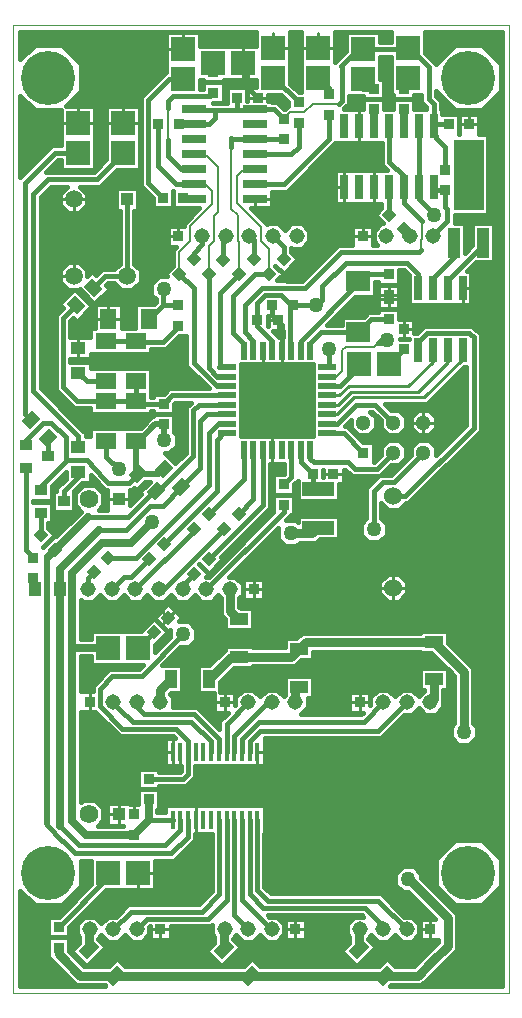
<source format=gbr>
G04 PROTEUS GERBER X2 FILE*
%TF.GenerationSoftware,Labcenter,Proteus,8.16-SP3-Build36097*%
%TF.CreationDate,2024-05-04T02:13:19+00:00*%
%TF.FileFunction,Copper,L2,Bot*%
%TF.FilePolarity,Positive*%
%TF.Part,Single*%
%TF.SameCoordinates,{03efdd39-6268-421f-b844-547f2104f690}*%
%FSLAX45Y45*%
%MOMM*%
G01*
%TA.AperFunction,Conductor*%
%ADD11C,0.381000*%
%ADD35C,0.203200*%
%ADD10C,0.762000*%
%ADD36C,0.508000*%
%ADD12C,0.635000*%
%ADD14C,0.254000*%
%TA.AperFunction,ViaPad*%
%ADD13C,1.270000*%
%TA.AperFunction,ComponentPad*%
%ADD15C,1.524000*%
%ADD16R,1.117220X1.117220*%
%ADD17C,1.580000*%
%TA.AperFunction,SMDPad,CuDef*%
%ADD37R,0.558800X1.498600*%
%ADD38R,1.498600X0.558800*%
%TA.AperFunction,SMDPad,CuDef*%
%ADD24R,0.889000X0.889000*%
%ADD39R,2.692400X1.143000*%
%ADD40R,2.032000X1.778000*%
%TA.AperFunction,SMDPad,CuDef*%
%ADD41R,0.635000X2.032000*%
%TA.AperFunction,ComponentPad*%
%ADD28R,0.924960X0.924960*%
%ADD29C,1.308100*%
%AMPPAD036*
4,1,36,
-0.205000,0.735000,
-0.205000,-0.735000,
-0.203980,-0.745080,
-0.201070,-0.754460,
-0.196460,-0.762950,
-0.190350,-0.770350,
-0.182950,-0.776460,
-0.174460,-0.781070,
-0.165080,-0.783980,
-0.155000,-0.785000,
0.155000,-0.785000,
0.165080,-0.783980,
0.174460,-0.781070,
0.182950,-0.776460,
0.190350,-0.770350,
0.196460,-0.762950,
0.201070,-0.754460,
0.203980,-0.745080,
0.205000,-0.735000,
0.205000,0.735000,
0.203980,0.745080,
0.201070,0.754460,
0.196460,0.762950,
0.190350,0.770350,
0.182950,0.776460,
0.174460,0.781070,
0.165080,0.783980,
0.155000,0.785000,
-0.155000,0.785000,
-0.165080,0.783980,
-0.174460,0.781070,
-0.182950,0.776460,
-0.190350,0.770350,
-0.196460,0.762950,
-0.201070,0.754460,
-0.203980,0.745080,
-0.205000,0.735000,
0*%
%TA.AperFunction,SMDPad,CuDef*%
%ADD42PPAD036*%
%AMPPAD037*
4,1,4,
0.808220,-0.089800,
0.089800,-0.808220,
-0.808220,0.089800,
-0.089800,0.808220,
0.808220,-0.089800,
0*%
%TA.AperFunction,SMDPad,CuDef*%
%ADD43PPAD037*%
%ADD44R,1.778000X1.397000*%
%TA.AperFunction,ComponentPad*%
%ADD72R,1.060660X1.060660*%
%ADD73C,1.500000*%
%AMPPAD039*
4,1,4,
0.000000,0.628620,
0.628620,0.000000,
0.000000,-0.628620,
-0.628620,0.000000,
0.000000,0.628620,
0*%
%TA.AperFunction,SMDPad,CuDef*%
%ADD45PPAD039*%
%TA.AperFunction,SMDPad,CuDef*%
%ADD46R,2.032000X0.635000*%
%TA.AperFunction,ComponentPad*%
%ADD30R,2.032000X2.032000*%
%TA.AperFunction,SMDPad,CuDef*%
%ADD47R,1.397000X1.778000*%
%ADD27R,1.524000X1.016000*%
%ADD18R,1.016000X1.524000*%
%AMPPAD042*
4,1,4,
-0.179610,-0.898030,
-0.898030,-0.179610,
0.179610,0.898030,
0.898030,0.179610,
-0.179610,-0.898030,
0*%
%ADD48PPAD042*%
%AMPPAD043*
4,1,4,
0.089800,0.808220,
0.808220,0.089800,
-0.089800,-0.808220,
-0.808220,-0.089800,
0.089800,0.808220,
0*%
%ADD49PPAD043*%
%TA.AperFunction,WasherPad*%
%ADD31R,0.919230X0.919230*%
%TA.AperFunction,ComponentPad*%
%ADD32C,1.300000*%
%TA.AperFunction,SMDPad,CuDef*%
%ADD50R,1.000000X2.500000*%
%ADD51R,2.500000X6.000000*%
%TA.AperFunction,OtherPad,Unknown*%
%ADD33C,4.572000*%
%TA.AperFunction,SMDPad,CuDef*%
%ADD70R,1.016000X0.889000*%
%TA.AperFunction,SMDPad,CuDef*%
%ADD22R,1.016000X1.270000*%
%ADD52R,1.270000X1.016000*%
%TA.AperFunction,Profile*%
%ADD34C,0.101600*%
%TD.AperFunction*%
%TA.AperFunction,Conductor*%
G36*
X+1126491Y+3601564D02*
X+1030161Y+3601564D01*
X+1030161Y+3684114D01*
X+743143Y+3684114D01*
X+743143Y+3528942D01*
X+651509Y+3437308D01*
X+651509Y+3687770D01*
X+1126491Y+3687770D01*
X+1126491Y+3601564D01*
G37*
%TD.AperFunction*%
%TA.AperFunction,Conductor*%
G36*
X-16509Y+3572509D02*
X-491491Y+3572509D01*
X-491491Y+3684114D01*
X-778509Y+3684114D01*
X-778509Y+3347564D01*
X-785232Y+3347564D01*
X-995707Y+3137089D01*
X-995707Y+2387779D01*
X-894079Y+2286151D01*
X-894079Y+2199641D01*
X-721361Y+2199641D01*
X-721361Y+2339783D01*
X-721359Y+2339783D01*
X-721359Y+2199641D01*
X-691811Y+2199641D01*
X-691811Y+2196946D01*
X-498994Y+2196946D01*
X-630802Y+2065138D01*
X-630802Y+2047383D01*
X-764459Y+2047383D01*
X-764459Y+1871069D01*
X-696819Y+1871069D01*
X-722502Y+1845386D01*
X-722502Y+1710535D01*
X-792563Y+1640474D01*
X-771183Y+1619094D01*
X-841121Y+1619094D01*
X-905844Y+1554371D01*
X-905844Y+1462839D01*
X-870208Y+1427203D01*
X-870208Y+1399907D01*
X-884701Y+1385414D01*
X-1041061Y+1385414D01*
X-1041061Y+1181985D01*
X-1157543Y+1181985D01*
X-1157543Y+1385414D01*
X-1381061Y+1385414D01*
X-1381061Y+1181985D01*
X-1423111Y+1181985D01*
X-1423111Y+1108709D01*
X-1593597Y+1108709D01*
X-1593597Y+1241195D01*
X-1570320Y+1264472D01*
X-1538888Y+1233041D01*
X-1407777Y+1364152D01*
X-1547321Y+1503696D01*
X-1515877Y+1503696D01*
X-1511842Y+1507731D01*
X-1388020Y+1383909D01*
X-1256909Y+1515020D01*
X-1288341Y+1546451D01*
X-1275146Y+1559646D01*
X-1218677Y+1559646D01*
X-1162727Y+1503696D01*
X-1065877Y+1503696D01*
X-997393Y+1572180D01*
X-997393Y+1669030D01*
X-1053343Y+1724980D01*
X-1053343Y+2175663D01*
X-1019360Y+2175663D01*
X-1019360Y+2365547D01*
X-1209244Y+2365547D01*
X-1209244Y+2175663D01*
X-1175261Y+2175663D01*
X-1175261Y+1724980D01*
X-1218677Y+1681564D01*
X-1325644Y+1681564D01*
X-1374549Y+1632659D01*
X-1405980Y+1664091D01*
X-1447393Y+1622678D01*
X-1447393Y+1669030D01*
X-1515877Y+1737514D01*
X-1612727Y+1737514D01*
X-1681211Y+1669030D01*
X-1681211Y+1572180D01*
X-1612727Y+1503696D01*
X-1566375Y+1503696D01*
X-1687959Y+1382112D01*
X-1656528Y+1350680D01*
X-1715515Y+1291693D01*
X-1715515Y+657428D01*
X-1559354Y+501267D01*
X-1423111Y+501267D01*
X-1423111Y+450467D01*
X-907493Y+450467D01*
X-907493Y+477366D01*
X-888661Y+477366D01*
X-888661Y+451966D01*
X-715943Y+451966D01*
X-715943Y+538476D01*
X-705152Y+549267D01*
X-573720Y+549267D01*
X-612484Y+510503D01*
X-612484Y+124956D01*
X-703033Y+34407D01*
X-787858Y+119232D01*
X-756535Y+119232D01*
X-691812Y+183955D01*
X-691812Y+275487D01*
X-715943Y+299618D01*
X-715943Y+451964D01*
X-888661Y+451964D01*
X-888661Y+432914D01*
X-898901Y+432914D01*
X-997830Y+333985D01*
X-1423111Y+333985D01*
X-1423111Y+265429D01*
X-1463041Y+265429D01*
X-1463041Y+293151D01*
X-1498751Y+328860D01*
X-1844041Y+674150D01*
X-1844041Y+2288131D01*
X-1752751Y+2379421D01*
X-1620820Y+2379421D01*
X-1681211Y+2319030D01*
X-1681211Y+2222180D01*
X-1612727Y+2153696D01*
X-1515877Y+2153696D01*
X-1447393Y+2222180D01*
X-1447393Y+2319030D01*
X-1507784Y+2379421D01*
X-1344371Y+2379421D01*
X-1200301Y+2523491D01*
X-999491Y+2523491D01*
X-999491Y+3064509D01*
X-1286509Y+3064509D01*
X-1286509Y+2609699D01*
X-1394869Y+2501339D01*
X-1797698Y+2501339D01*
X-1692996Y+2606041D01*
X-1667509Y+2606041D01*
X-1667509Y+2523491D01*
X-1380491Y+2523491D01*
X-1380491Y+3064509D01*
X-1625749Y+3064509D01*
X-1502411Y+3187847D01*
X-1502411Y+3416153D01*
X-1663847Y+3577589D01*
X-1892153Y+3577589D01*
X-2014770Y+3454972D01*
X-2014770Y+3687770D01*
X-16509Y+3687770D01*
X-16509Y+3572509D01*
G37*
%TD.AperFunction*%
%TA.AperFunction,Conductor*%
G36*
X+364491Y+3412491D02*
X+364491Y+3180079D01*
X+340547Y+3180079D01*
X+270509Y+3250117D01*
X+270509Y+3687770D01*
X+364491Y+3687770D01*
X+364491Y+3412491D01*
G37*
%TD.AperFunction*%
%TA.AperFunction,Conductor*%
G36*
X+2060770Y-4387770D02*
X+1116854Y-4387770D01*
X+1122510Y-4382114D01*
X+1381293Y-4382114D01*
X+1428161Y-4335246D01*
X+1428161Y-4335244D01*
X+1681812Y-4081593D01*
X+1681812Y-3780074D01*
X+1378809Y-3477071D01*
X+1378809Y-3438978D01*
X+1314086Y-3374255D01*
X+1222554Y-3374255D01*
X+1157831Y-3438978D01*
X+1157831Y-3530510D01*
X+1222554Y-3595233D01*
X+1270675Y-3595233D01*
X+1495935Y-3820493D01*
X+1368417Y-3820493D01*
X+1368417Y-3996807D01*
X+1521794Y-3996807D01*
X+1521794Y-4015315D01*
X+1315013Y-4222096D01*
X+1158432Y-4222096D01*
X+1089370Y-4153034D01*
X+1020307Y-4222097D01*
X+837106Y-4222097D01*
X+997769Y-4061434D01*
X+928707Y-3992372D01*
X+928707Y-3988282D01*
X+956574Y-3960415D01*
X+1012123Y-4015964D01*
X+1101025Y-4015964D01*
X+1156574Y-3960415D01*
X+1212123Y-4015964D01*
X+1301025Y-4015964D01*
X+1363888Y-3953101D01*
X+1363888Y-3864199D01*
X+1301025Y-3801336D01*
X+1235468Y-3801336D01*
X+1040176Y-3606044D01*
X+106944Y-3606044D01*
X+51533Y-3550633D01*
X+51533Y-3101059D01*
X+52983Y-3101059D01*
X+52983Y-2860241D01*
X-787835Y-2860241D01*
X-787835Y-2919691D01*
X-855643Y-2919691D01*
X-855643Y-2895754D01*
X-842943Y-2895754D01*
X-842943Y-2723036D01*
X-1015661Y-2723036D01*
X-1015661Y-2850036D01*
X-1085532Y-2850036D01*
X-1085532Y-2838625D01*
X-1281072Y-2838625D01*
X-1281072Y-3034165D01*
X-1142661Y-3034165D01*
X-1142661Y-3035456D01*
X-1361372Y-3035456D01*
X-1312393Y-2986477D01*
X-1312393Y-2886313D01*
X-1383220Y-2815486D01*
X-1483384Y-2815486D01*
X-1501571Y-2833673D01*
X-1501571Y-2069297D01*
X-1379159Y-2069297D01*
X-1175528Y-2272928D01*
X-722588Y-2272928D01*
X-709275Y-2286241D01*
X-787835Y-2286241D01*
X-787835Y-2527059D01*
X-656385Y-2527059D01*
X-656385Y-2565978D01*
X-666123Y-2575716D01*
X-842943Y-2575716D01*
X-842943Y-2550316D01*
X-1015661Y-2550316D01*
X-1015661Y-2723034D01*
X-842943Y-2723034D01*
X-842943Y-2697634D01*
X-615624Y-2697634D01*
X-534467Y-2616477D01*
X-534467Y-2527059D01*
X+52983Y-2527059D01*
X+52983Y-2292492D01*
X+1038225Y-2292492D01*
X+1073934Y-2256783D01*
X+1073934Y-2255498D01*
X+1235468Y-2093964D01*
X+1301025Y-2093964D01*
X+1356574Y-2038415D01*
X+1412123Y-2093964D01*
X+1501025Y-2093964D01*
X+1563888Y-2031101D01*
X+1563888Y-1942199D01*
X+1563707Y-1942018D01*
X+1563707Y-1886104D01*
X+1601807Y-1886104D01*
X+1601807Y-1709692D01*
X+1657689Y-1765574D01*
X+1657689Y-2163149D01*
X+1627209Y-2193629D01*
X+1627209Y-2285161D01*
X+1691932Y-2349884D01*
X+1783464Y-2349884D01*
X+1848187Y-2285161D01*
X+1848187Y-2193629D01*
X+1817707Y-2163149D01*
X+1817707Y-1699296D01*
X+1601807Y-1483396D01*
X+1601807Y-1385726D01*
X+1365589Y-1385726D01*
X+1365589Y-1398426D01*
X+368519Y-1398426D01*
X+320259Y-1446686D01*
X+222589Y-1446686D01*
X+222589Y-1520346D01*
X-49193Y-1520346D01*
X-49193Y-1507646D01*
X-285411Y-1507646D01*
X-285411Y-1544356D01*
X-416341Y-1675286D01*
X-514011Y-1675286D01*
X-514011Y-1911504D01*
X-374583Y-1911504D01*
X-374583Y-2074807D01*
X-260791Y-2074807D01*
X-330385Y-2144401D01*
X-330385Y-2215963D01*
X-517258Y-2029090D01*
X-725519Y-2029090D01*
X-722020Y-2025591D01*
X-722020Y-1936689D01*
X-744214Y-1914495D01*
X-741223Y-1911504D01*
X-643553Y-1911504D01*
X-643553Y-1675286D01*
X-811683Y-1675286D01*
X-659281Y-1522884D01*
X-589234Y-1522884D01*
X-524511Y-1458161D01*
X-524511Y-1366629D01*
X-589234Y-1301906D01*
X-671776Y-1301906D01*
X-639870Y-1270000D01*
X-762000Y-1147870D01*
X-884130Y-1270000D01*
X-762000Y-1392130D01*
X-745489Y-1375619D01*
X-745489Y-1436676D01*
X-872491Y-1563678D01*
X-872491Y-1502621D01*
X-762002Y-1392132D01*
X-884132Y-1270002D01*
X-994621Y-1380491D01*
X-1413509Y-1380491D01*
X-1413509Y-1450341D01*
X-1501571Y-1450341D01*
X-1501571Y-1121891D01*
X-1484753Y-1138709D01*
X-1395851Y-1138709D01*
X-1340302Y-1083160D01*
X-1284753Y-1138709D01*
X-1195851Y-1138709D01*
X-1140302Y-1083160D01*
X-1084753Y-1138709D01*
X-995851Y-1138709D01*
X-940302Y-1083160D01*
X-884753Y-1138709D01*
X-795851Y-1138709D01*
X-740302Y-1083160D01*
X-684753Y-1138709D01*
X-595851Y-1138709D01*
X-540302Y-1083160D01*
X-484753Y-1138709D01*
X-395851Y-1138709D01*
X-340302Y-1083160D01*
X-320311Y-1103151D01*
X-320311Y-1245534D01*
X-285411Y-1280434D01*
X-285411Y-1378104D01*
X-49193Y-1378104D01*
X-49193Y-1192686D01*
X-146863Y-1192686D01*
X-160293Y-1179256D01*
X-160293Y-1103151D01*
X-132988Y-1075846D01*
X-132988Y-986944D01*
X-195851Y-924081D01*
X-246780Y-924081D01*
X+163013Y-514288D01*
X+163013Y-603433D01*
X+227736Y-668156D01*
X+319268Y-668156D01*
X+349748Y-637676D01*
X+491474Y-637676D01*
X+522091Y-607059D01*
X+684529Y-607059D01*
X+684529Y-408941D01*
X+331471Y-408941D01*
X+331471Y-459381D01*
X+319268Y-447178D01*
X+230123Y-447178D01*
X+274658Y-402643D01*
X+274658Y-401474D01*
X+300058Y-401474D01*
X+300058Y-228756D01*
X+127340Y-228756D01*
X+127340Y-377545D01*
X-419196Y-924081D01*
X-445859Y-924081D01*
X-421304Y-899526D01*
X-502765Y-818066D01*
X-502764Y-818065D01*
X-421303Y-899525D01*
X-299173Y-777395D01*
X-317134Y-759435D01*
X+99657Y-342645D01*
X+99657Y+33387D01*
X+217739Y+33387D01*
X+217739Y-52147D01*
X+213849Y-56036D01*
X+127340Y-56036D01*
X+127340Y-228754D01*
X+300058Y-228754D01*
X+300058Y-142244D01*
X+303948Y-138355D01*
X+331471Y-110832D01*
X+331471Y-281939D01*
X+684529Y-281939D01*
X+684529Y-142395D01*
X+721359Y-142395D01*
X+721359Y-17556D01*
X+734185Y-17556D01*
X+789774Y-73145D01*
X+1015245Y-73145D01*
X+914739Y-173651D01*
X+914739Y-428099D01*
X+865209Y-477629D01*
X+865209Y-569161D01*
X+929932Y-633884D01*
X+1021464Y-633884D01*
X+1086187Y-569161D01*
X+1086187Y-477629D01*
X+1036657Y-428099D01*
X+1036657Y-301688D01*
X+1094078Y-359109D01*
X+1191922Y-359109D01*
X+1249072Y-301959D01*
X+1270480Y-301959D01*
X+1883967Y+311528D01*
X+1883967Y+1127677D01*
X+1810027Y+1201617D01*
X+1400136Y+1201617D01*
X+1339106Y+1140587D01*
X+1316057Y+1140587D01*
X+1316057Y+1259684D01*
X+1189057Y+1259684D01*
X+1189057Y+1340964D01*
X+1016339Y+1340964D01*
X+1016339Y+1315564D01*
X+930628Y+1315564D01*
X+892299Y+1277235D01*
X+704189Y+1277235D01*
X+704189Y+1206951D01*
X+578527Y+1206951D01*
X+818993Y+1447417D01*
X+991207Y+1447417D01*
X+991207Y+1574646D01*
X+1016339Y+1574646D01*
X+1016339Y+1549246D01*
X+1189057Y+1549246D01*
X+1189057Y+1670426D01*
X+1230502Y+1670426D01*
X+1273866Y+1627062D01*
X+1273866Y+1374269D01*
X+1802184Y+1374269D01*
X+1802184Y+1661287D01*
X+1764809Y+1661287D01*
X+1841613Y+1738091D01*
X+1996909Y+1738091D01*
X+1996909Y+2071909D01*
X+1813091Y+2071909D01*
X+1813091Y+1881985D01*
X+1746909Y+1815803D01*
X+1746909Y+2071909D01*
X+1660857Y+2071909D01*
X+1660857Y+2138091D01*
X+1946909Y+2138091D01*
X+1946909Y+2821909D01*
X+1869777Y+2821909D01*
X+1869777Y+2991964D01*
X+1697059Y+2991964D01*
X+1697059Y+2821909D01*
X+1697057Y+2821909D01*
X+1697057Y+2991964D01*
X+1557357Y+2991964D01*
X+1557357Y+3036414D01*
X+1544657Y+3036414D01*
X+1544657Y+3103486D01*
X+1503200Y+3144943D01*
X+1503200Y+3187058D01*
X+1663847Y+3026411D01*
X+1892153Y+3026411D01*
X+2053589Y+3187847D01*
X+2053589Y+3416153D01*
X+1892153Y+3577589D01*
X+1663847Y+3577589D01*
X+1503200Y+3416942D01*
X+1503200Y+3420081D01*
X+1413509Y+3509772D01*
X+1413509Y+3687770D01*
X+2060770Y+3687770D01*
X+2060770Y-4387770D01*
G37*
%TD.AperFunction*%
%LPC*%
G36*
X+1024891Y-1064922D02*
X+1024891Y-967078D01*
X+1094078Y-897891D01*
X+1191922Y-897891D01*
X+1261109Y-967078D01*
X+1261109Y-1064922D01*
X+1191922Y-1134109D01*
X+1094078Y-1134109D01*
X+1024891Y-1064922D01*
G37*
G36*
X+1189057Y+1376526D02*
X+1189057Y+1340966D01*
X+1016339Y+1340966D01*
X+1016339Y+1549244D01*
X+1189057Y+1549244D01*
X+1189057Y+1376526D01*
G37*
G36*
X-128459Y-943238D02*
X+47855Y-943238D01*
X+47855Y-1119552D01*
X-128459Y-1119552D01*
X-128459Y-943238D01*
G37*
G36*
X+1502411Y-3543153D02*
X+1502411Y-3314847D01*
X+1663847Y-3153411D01*
X+1892153Y-3153411D01*
X+2053589Y-3314847D01*
X+2053589Y-3543153D01*
X+1892153Y-3704589D01*
X+1663847Y-3704589D01*
X+1502411Y-3543153D01*
G37*
%LPD*%
%TA.AperFunction,Conductor*%
G36*
X-1892153Y+3026411D02*
X-1667509Y+3026411D01*
X-1667509Y+2727959D01*
X-1743494Y+2727959D01*
X-2014770Y+2456683D01*
X-2014770Y+3149028D01*
X-1892153Y+3026411D01*
G37*
%TD.AperFunction*%
%TA.AperFunction,Conductor*%
G36*
X-395873Y-3217398D02*
X-395873Y-3588834D01*
X-505600Y-3698561D01*
X-1105545Y-3698561D01*
X-1208320Y-3801336D01*
X-1273877Y-3801336D01*
X-1329426Y-3856885D01*
X-1384975Y-3801336D01*
X-1473877Y-3801336D01*
X-1536740Y-3864199D01*
X-1536740Y-3953101D01*
X-1517311Y-3972530D01*
X-1517311Y-4028294D01*
X-1586373Y-4097356D01*
X-1461632Y-4222097D01*
X-1477096Y-4222097D01*
X-1604943Y-4094250D01*
X-1604943Y-3977641D01*
X-1777661Y-3977641D01*
X-1777661Y-4150359D01*
X-1771311Y-4150359D01*
X-1771311Y-4154178D01*
X-1543374Y-4382115D01*
X-1301615Y-4382115D01*
X-1295960Y-4387770D01*
X-2014770Y-4387770D01*
X-2014770Y-3581972D01*
X-1892153Y-3704589D01*
X-1663847Y-3704589D01*
X-1502411Y-3543153D01*
X-1502411Y-3328436D01*
X-1413509Y-3328436D01*
X-1413509Y-3527279D01*
X-1691151Y-3804921D01*
X-1777661Y-3804921D01*
X-1777661Y-3977639D01*
X-1604943Y-3977639D01*
X-1604943Y-3891129D01*
X-1286323Y-3572509D01*
X-872491Y-3572509D01*
X-872491Y-3328436D01*
X-711523Y-3328436D01*
X-534468Y-3151381D01*
X-534468Y-3101059D01*
X-395873Y-3101059D01*
X-395873Y-3217398D01*
G37*
%TD.AperFunction*%
%TA.AperFunction,Conductor*%
G36*
X-16509Y+3217964D02*
X-92941Y+3217964D01*
X-92941Y+3106264D01*
X-92943Y+3106264D01*
X-92943Y+3217964D01*
X-265661Y+3217964D01*
X-265661Y+3088454D01*
X-381338Y+3088454D01*
X-381151Y+3088641D01*
X-294641Y+3088641D01*
X-294641Y+3261359D01*
X-467359Y+3261359D01*
X-467359Y+3204033D01*
X-491491Y+3204033D01*
X-491491Y+3285491D01*
X-467359Y+3285491D01*
X-467359Y+3261361D01*
X-294641Y+3261361D01*
X-294641Y+3285491D01*
X-16509Y+3285491D01*
X-16509Y+3217964D01*
G37*
%TD.AperFunction*%
%TA.AperFunction,Conductor*%
G36*
X+1126491Y+3412491D02*
X+1126491Y+3158491D01*
X+1143339Y+3158491D01*
X+1143339Y+3118966D01*
X+1316057Y+3118966D01*
X+1316057Y+3158491D01*
X+1381282Y+3158491D01*
X+1381282Y+3094445D01*
X+1422739Y+3052988D01*
X+1422739Y+3036414D01*
X+1316057Y+3036414D01*
X+1316057Y+3118964D01*
X+1143339Y+3118964D01*
X+1143339Y+3036414D01*
X+1062057Y+3036414D01*
X+1062057Y+3118964D01*
X+889339Y+3118964D01*
X+889339Y+3036414D01*
X+724262Y+3036414D01*
X+729318Y+3041469D01*
X+765027Y+3077178D01*
X+765027Y+3143096D01*
X+889339Y+3143096D01*
X+889339Y+3118966D01*
X+1062057Y+3118966D01*
X+1062057Y+3291684D01*
X+1030161Y+3291684D01*
X+1030161Y+3479646D01*
X+1126491Y+3479646D01*
X+1126491Y+3412491D01*
G37*
%TD.AperFunction*%
%TA.AperFunction,Conductor*%
G36*
X+254339Y+3093871D02*
X+254339Y+3058818D01*
X+247555Y+3058818D01*
X+226421Y+3037684D01*
X+213547Y+3037684D01*
X+157667Y+3093564D01*
X+115907Y+3093564D01*
X+115907Y+3106264D01*
X+79777Y+3106264D01*
X+79777Y+3158491D01*
X+189719Y+3158491D01*
X+254339Y+3093871D01*
G37*
%TD.AperFunction*%
%TA.AperFunction,Conductor*%
G36*
X+1043151Y+2590927D02*
X+1043151Y+2565677D01*
X+1093115Y+2515714D01*
X+648039Y+2515714D01*
X+648039Y+2228696D01*
X+1041739Y+2228696D01*
X+1041739Y+2195038D01*
X+985437Y+2138736D01*
X+1057633Y+2066540D01*
X+1038247Y+2066540D01*
X+975384Y+2003677D01*
X+975384Y+1914775D01*
X+1007261Y+1882898D01*
X+970855Y+1882898D01*
X+970855Y+2047383D01*
X+794541Y+2047383D01*
X+794541Y+1882898D01*
X+672641Y+1882898D01*
X+367149Y+1577406D01*
X+241525Y+1577406D01*
X+234758Y+1584173D01*
X+157396Y+1584173D01*
X+213697Y+1640474D01*
X+143635Y+1710536D01*
X+143635Y+1710538D01*
X+213698Y+1640475D01*
X+335828Y+1762605D01*
X+274657Y+1823776D01*
X+274657Y+1856502D01*
X+279247Y+1851912D01*
X+368149Y+1851912D01*
X+431012Y+1914775D01*
X+431012Y+2003677D01*
X+368149Y+2066540D01*
X+279247Y+2066540D01*
X+223698Y+2010991D01*
X+168149Y+2066540D01*
X+79247Y+2066540D01*
X+72376Y+2059669D01*
X-64901Y+2196946D01*
X+115907Y+2196946D01*
X+115907Y+2336646D01*
X+238947Y+2336646D01*
X+651697Y+2749396D01*
X+1043151Y+2749396D01*
X+1043151Y+2590927D01*
G37*
%TD.AperFunction*%
%TA.AperFunction,Conductor*%
G36*
X+78059Y+1202355D02*
X+78057Y+1202357D01*
X+78057Y+1285867D01*
X+78059Y+1285867D01*
X+78059Y+1202355D01*
G37*
%TD.AperFunction*%
%TA.AperFunction,Conductor*%
G36*
X+207596Y+1107065D02*
X+173349Y+1107065D01*
X+121547Y+1158867D01*
X+207596Y+1158867D01*
X+207596Y+1107065D01*
G37*
%TD.AperFunction*%
%TA.AperFunction,Conductor*%
G36*
X+1273866Y+1086964D02*
X+1201142Y+1086964D01*
X+1201142Y+1086966D01*
X+1273866Y+1086966D01*
X+1273866Y+1086964D01*
G37*
%TD.AperFunction*%
%TA.AperFunction,Conductor*%
G36*
X-609260Y+886137D02*
X-609260Y+860887D01*
X-419558Y+671185D01*
X-755650Y+671185D01*
X-802151Y+624684D01*
X-888661Y+624684D01*
X-888661Y+599284D01*
X-907493Y+599284D01*
X-907493Y+841985D01*
X-1418592Y+841985D01*
X-1418592Y+895349D01*
X-1593597Y+895349D01*
X-1593597Y+923291D01*
X-1418591Y+923291D01*
X-1418591Y+958467D01*
X-907493Y+958467D01*
X-907493Y+1002320D01*
X-784000Y+1002320D01*
X-670741Y+1115579D01*
X-609260Y+1115579D01*
X-609260Y+886137D01*
G37*
%TD.AperFunction*%
%TA.AperFunction,Conductor*%
G36*
X+1762049Y+362026D02*
X+1503909Y+103886D01*
X+1503909Y+171283D01*
X+1441283Y+233909D01*
X+1352717Y+233909D01*
X+1290091Y+171283D01*
X+1290091Y+106299D01*
X+1123463Y-60329D01*
X+1041879Y-60329D01*
X+1122299Y+20091D01*
X+1187283Y+20091D01*
X+1249909Y+82717D01*
X+1249909Y+171283D01*
X+1187283Y+233909D01*
X+1098717Y+233909D01*
X+1036091Y+171283D01*
X+1036091Y+106299D01*
X+978565Y+48773D01*
X+976870Y+48773D01*
X+976870Y+214870D01*
X+887338Y+214870D01*
X+751023Y+351185D01*
X+730092Y+351185D01*
X+782091Y+403184D01*
X+782091Y+336717D01*
X+844717Y+274091D01*
X+933283Y+274091D01*
X+995909Y+336717D01*
X+995909Y+425283D01*
X+949136Y+472056D01*
X+965736Y+472056D01*
X+1036091Y+401701D01*
X+1036091Y+336717D01*
X+1098717Y+274091D01*
X+1187283Y+274091D01*
X+1249909Y+336717D01*
X+1249909Y+425283D01*
X+1187283Y+487909D01*
X+1122299Y+487909D01*
X+1070608Y+539600D01*
X+1424925Y+539600D01*
X+1738894Y+853569D01*
X+1762049Y+853569D01*
X+1762049Y+362026D01*
G37*
%TD.AperFunction*%
%LPC*%
G36*
X+1290091Y+336717D02*
X+1290091Y+425283D01*
X+1352717Y+487909D01*
X+1441283Y+487909D01*
X+1503909Y+425283D01*
X+1503909Y+336717D01*
X+1441283Y+274091D01*
X+1352717Y+274091D01*
X+1290091Y+336717D01*
G37*
%LPD*%
%TA.AperFunction,Conductor*%
G36*
X+461859Y+780377D02*
X+461859Y+267065D01*
X-144463Y+267065D01*
X-144463Y+873387D01*
X+461859Y+873387D01*
X+461859Y+780377D01*
G37*
%TD.AperFunction*%
%TA.AperFunction,Conductor*%
G36*
X+548641Y-83821D02*
X+548639Y-83821D01*
X+548639Y-17556D01*
X+548641Y-17556D01*
X+548641Y-83821D01*
G37*
%TD.AperFunction*%
%TA.AperFunction,Conductor*%
G36*
X-1009729Y-211039D02*
X-994455Y-226314D01*
X-1085532Y-317391D01*
X-1085532Y-187959D01*
X-1071066Y-187959D01*
X-1051938Y-168831D01*
X-1029486Y-191282D01*
X-956704Y-118500D01*
X-917190Y-118500D01*
X-1009729Y-211039D01*
G37*
%TD.AperFunction*%
%TA.AperFunction,Conductor*%
G36*
X-1629409Y-94181D02*
X-1710638Y-175410D01*
X-1710638Y-200660D01*
X-1710639Y-200661D01*
X-1742389Y-200661D01*
X-1742389Y-373379D01*
X-1556971Y-373379D01*
X-1556971Y-200661D01*
X-1563473Y-200661D01*
X-1496161Y-133349D01*
X-1418591Y-133349D01*
X-1418591Y-64618D01*
X-1295249Y-187959D01*
X-1281072Y-187959D01*
X-1281072Y-358491D01*
X-1351407Y-358491D01*
X-1312393Y-319477D01*
X-1312393Y-219313D01*
X-1383220Y-148486D01*
X-1483384Y-148486D01*
X-1554211Y-219313D01*
X-1554211Y-319477D01*
X-1500477Y-373212D01*
X-1685058Y-557793D01*
X-1685060Y-557793D01*
X-1709069Y-581802D01*
X-1718048Y-572822D01*
X-1820867Y-675641D01*
X-1820870Y-675641D01*
X-1718050Y-572821D01*
X-1777901Y-512970D01*
X-1777901Y-467359D01*
X-1747471Y-467359D01*
X-1747471Y-294641D01*
X-1907541Y-294641D01*
X-1907541Y-279399D01*
X-1747471Y-279399D01*
X-1747471Y-152199D01*
X-1629409Y-34137D01*
X-1629409Y-94181D01*
G37*
%TD.AperFunction*%
%TA.AperFunction,Conductor*%
G36*
X-1413509Y-1667509D02*
X-976322Y-1667509D01*
X-1013400Y-1704587D01*
X-1260724Y-1704587D01*
X-1402105Y-1845968D01*
X-1402105Y-1892983D01*
X-1501571Y-1892983D01*
X-1501571Y-1597659D01*
X-1413509Y-1597659D01*
X-1413509Y-1667509D01*
G37*
%TD.AperFunction*%
%TA.AperFunction,Conductor*%
G36*
X+1365589Y-1571144D02*
X+1463259Y-1571144D01*
X+1592801Y-1700686D01*
X+1365589Y-1700686D01*
X+1365589Y-1886104D01*
X+1403689Y-1886104D01*
X+1403689Y-1887770D01*
X+1356574Y-1934885D01*
X+1301025Y-1879336D01*
X+1212123Y-1879336D01*
X+1156574Y-1934885D01*
X+1101025Y-1879336D01*
X+1012123Y-1879336D01*
X+949260Y-1942199D01*
X+949260Y-2007756D01*
X+944731Y-2012285D01*
X+944731Y-1898493D01*
X+768417Y-1898493D01*
X+768417Y-2074807D01*
X+882209Y-2074807D01*
X+866292Y-2090724D01*
X+361265Y-2090724D01*
X+420888Y-2031101D01*
X+420888Y-1947064D01*
X+458807Y-1947064D01*
X+458807Y-1761646D01*
X+222589Y-1761646D01*
X+222589Y-1925870D01*
X+213574Y-1934885D01*
X+158025Y-1879336D01*
X+69123Y-1879336D01*
X+13574Y-1934885D01*
X-41975Y-1879336D01*
X-130877Y-1879336D01*
X-193740Y-1942199D01*
X-193740Y-2007756D01*
X-198269Y-2012285D01*
X-198269Y-1898493D01*
X-328593Y-1898493D01*
X-328593Y-1813834D01*
X-207823Y-1693064D01*
X-49193Y-1693064D01*
X-49193Y-1680364D01*
X+312877Y-1680364D01*
X+361137Y-1632104D01*
X+458807Y-1632104D01*
X+458807Y-1558444D01*
X+1365589Y-1558444D01*
X+1365589Y-1571144D01*
G37*
%TD.AperFunction*%
%TA.AperFunction,Conductor*%
G36*
X-393740Y-3953101D02*
X-374311Y-3972530D01*
X-374311Y-4028294D01*
X-443373Y-4097356D01*
X-318632Y-4222097D01*
X-1127569Y-4222097D01*
X-1196631Y-4153035D01*
X-1265693Y-4222097D01*
X-1448894Y-4222097D01*
X-1288231Y-4061434D01*
X-1357293Y-3992372D01*
X-1357293Y-3988282D01*
X-1329426Y-3960415D01*
X-1273877Y-4015964D01*
X-1184975Y-4015964D01*
X-1129426Y-3960415D01*
X-1073877Y-4015964D01*
X-984975Y-4015964D01*
X-922112Y-3953101D01*
X-922112Y-3887544D01*
X-917583Y-3883015D01*
X-917583Y-3996807D01*
X-741269Y-3996807D01*
X-741269Y-3881439D01*
X-404747Y-3881439D01*
X-393740Y-3870432D01*
X-393740Y-3953101D01*
G37*
%TD.AperFunction*%
%TA.AperFunction,Conductor*%
G36*
X+888108Y-3801336D02*
X+812123Y-3801336D01*
X+749260Y-3864199D01*
X+749260Y-3953101D01*
X+768689Y-3972530D01*
X+768689Y-4028294D01*
X+699627Y-4097356D01*
X+824368Y-4222097D01*
X+15431Y-4222097D01*
X-53631Y-4153035D01*
X-122693Y-4222097D01*
X-305894Y-4222097D01*
X-145231Y-4061434D01*
X-214293Y-3992372D01*
X-214293Y-3988282D01*
X-186426Y-3960415D01*
X-130877Y-4015964D01*
X-41975Y-4015964D01*
X+13574Y-3960415D01*
X+69123Y-4015964D01*
X+158025Y-4015964D01*
X+220888Y-3953101D01*
X+220888Y-3864199D01*
X+158025Y-3801336D01*
X+87533Y-3801336D01*
X+78596Y-3792399D01*
X+879171Y-3792399D01*
X+888108Y-3801336D01*
G37*
%TD.AperFunction*%
%LPC*%
G36*
X+225417Y-3820493D02*
X+401731Y-3820493D01*
X+401731Y-3996807D01*
X+225417Y-3996807D01*
X+225417Y-3820493D01*
G37*
%LPD*%
D11*
X+198698Y+990226D02*
X+198698Y+1210946D01*
X+164418Y+1245226D01*
X+118698Y+1372226D02*
X+118698Y+1290946D01*
X+164418Y+1245226D01*
X-1038302Y+562226D02*
X-1292302Y+562226D01*
X-1038302Y+730226D02*
X-1038302Y+562226D01*
X-269426Y-2406650D02*
X-269426Y-2169650D01*
X-86426Y-1986650D01*
X-139426Y-2406650D02*
X-139426Y-2297113D01*
X+6004Y-2151683D01*
X+891541Y-2151683D01*
X+1056574Y-1986650D01*
X-204426Y-2406650D02*
X-204426Y-2275904D01*
X+84828Y-1986650D01*
X+113574Y-1986650D01*
X+1256574Y-1986650D02*
X+1012975Y-2230249D01*
X+1012975Y-2231533D01*
X-74426Y-2406650D02*
X-74426Y-2318322D01*
X+12363Y-2231533D01*
X+1012975Y-2231533D01*
X-1114302Y+1620605D02*
X-1114302Y+2270605D01*
X+118698Y+990226D02*
X+118698Y+1075508D01*
X-8302Y+1202508D01*
X-8302Y+1245226D01*
X-1175992Y-2040085D02*
X-1229334Y-1986743D01*
X-1229334Y-1986742D01*
X-1229334Y-1981140D01*
X-1175992Y-2040085D02*
X-1229334Y-1986742D01*
X-1229334Y-1986743D01*
X-1229426Y-1986650D01*
X-1029334Y-2024740D02*
X-1029334Y-1981140D01*
X-1029334Y-2024740D02*
X-1029426Y-2024648D01*
X-1029426Y-1986650D01*
X+438698Y+990226D02*
X+438698Y+1058409D01*
X+526281Y+1145992D01*
X+847264Y+1145992D01*
X+847698Y+1146426D01*
X-1292302Y+1070226D02*
X-1038302Y+1070226D01*
X+278698Y+990226D02*
X+268555Y+1000369D01*
X+268555Y+1349363D01*
X+291418Y+1372226D01*
X+1282698Y+1959226D02*
X+1234480Y+1959226D01*
X+1356698Y+2892905D02*
X+1356698Y+2372205D01*
X+1229698Y+3032605D02*
X+1229698Y+2892905D01*
X+1282698Y+1959226D02*
X+1229698Y+2012226D01*
X+1229698Y+2016605D01*
X+975698Y+2892905D02*
X+975698Y+3032605D01*
X-299170Y+1757737D02*
X-299170Y+1936358D01*
X-276302Y+1959226D01*
X-40302Y+1762605D02*
X-40302Y+1923226D01*
X-76302Y+1959226D01*
X+213698Y+1762605D02*
X+213698Y+1869226D01*
X+123698Y+1959226D01*
X-548302Y+1762605D02*
X-548302Y+1819979D01*
X-476302Y+1891979D01*
X-476302Y+1959226D01*
D35*
X-421302Y+1635605D02*
X-421302Y+1872582D01*
X-375353Y+1918531D01*
X-375353Y+2126431D01*
X-337690Y+2164094D01*
X-337690Y+2540725D01*
X-438627Y+2641662D01*
X-538359Y+2641662D01*
X-548302Y+2651605D01*
D11*
X-27602Y+2778605D02*
X-221659Y+2778605D01*
X-229220Y+2786166D01*
X-229220Y+2716687D02*
X-229220Y+2786166D01*
X+1610698Y+2905605D02*
X+1496398Y+2905605D01*
X+1483698Y+2892905D01*
X+594698Y+2986885D02*
X+594698Y+2778605D01*
X+213698Y+2397605D01*
X-27602Y+2397605D01*
X-179302Y+3131605D02*
X-179302Y+3027969D01*
X-178828Y+3027495D01*
X-32712Y+3027495D01*
X-27602Y+3032605D01*
X-548302Y+2905605D02*
X-421958Y+2905605D01*
X-371214Y+2956349D01*
X-371214Y+3026503D01*
X-372206Y+3027495D01*
X-178828Y+3027495D01*
X-372206Y+3027495D02*
X-543192Y+3027495D01*
X-548302Y+3032605D01*
X-27602Y+2778605D02*
X+213698Y+2778605D01*
X-682249Y+1201938D02*
X-682249Y+1190279D01*
X-809249Y+1063279D01*
X-1038302Y+1063279D01*
X-1038302Y+1070226D01*
X-809249Y+1374658D02*
X-809249Y+1494711D01*
X-795355Y+1508605D01*
X-929302Y+1254605D02*
X-809249Y+1374658D01*
X-682249Y+1374658D01*
X-1038302Y+562226D02*
X-1038302Y+538325D01*
X-802302Y+538325D01*
X-730401Y+610226D01*
X-261302Y+610226D01*
X-8302Y+1245226D02*
X-8302Y+1393400D01*
X+56908Y+1458610D01*
X+187904Y+1458610D01*
X+274288Y+1372226D01*
X+291418Y+1372226D01*
X+490731Y+1372226D01*
X+492198Y+1373693D01*
X+1229698Y+2372205D02*
X+1229698Y+2465339D01*
X+1104110Y+2590927D01*
X+1104110Y+2891493D01*
X+1102698Y+2892905D01*
X+1384239Y+2086900D02*
X+1229698Y+2241441D01*
X+1229698Y+2372205D01*
X+358698Y+990226D02*
X+358698Y+1073330D01*
X+847698Y+1562330D01*
X+847698Y+1578226D01*
X-204426Y-2980650D02*
X-204426Y-3639376D01*
X-204550Y-3639500D01*
X-204550Y-3790526D01*
X-86426Y-3908650D01*
X-139426Y-2980650D02*
X-139426Y-3660585D01*
X+108639Y-3908650D01*
X+113574Y-3908650D01*
X-74426Y-2980650D02*
X-74426Y-3614030D01*
X+42984Y-3731440D01*
X+856574Y-3731440D01*
X+904420Y-3731440D01*
X+1056574Y-3883594D01*
X+1056574Y-3908650D01*
X-9426Y-2980650D02*
X-9426Y-3575882D01*
X+81695Y-3667003D01*
X+856574Y-3667003D01*
X+1014927Y-3667003D01*
X+1256574Y-3908650D01*
X-269426Y-2980650D02*
X-269426Y-3659910D01*
X-429996Y-3820480D01*
X-941256Y-3820480D01*
X-1029426Y-3908650D01*
X-334914Y-2980650D02*
X-334914Y-3217398D01*
X-334914Y-3471398D01*
X-334914Y-3614083D01*
X-480351Y-3759520D01*
X-1080296Y-3759520D01*
X-1229426Y-3908650D01*
D10*
X-829334Y-1981140D02*
X-829334Y-1886467D01*
X-736262Y-1793395D01*
X+1483698Y-1793395D02*
X+1483698Y-1959526D01*
X+1456574Y-1986650D01*
X-1437302Y-4079395D02*
X-1437302Y-3916526D01*
X-1429426Y-3908650D01*
X-294302Y-4079395D02*
X-294302Y-3916526D01*
X-286426Y-3908650D01*
X+848698Y-4079395D02*
X+848698Y-3916526D01*
X+856574Y-3908650D01*
X-1214592Y-4302106D02*
X-71592Y-4302106D01*
X+1071408Y-4302106D01*
X+1071409Y-4302105D01*
X+1737698Y-2239395D02*
X+1737698Y-1732435D01*
X+1483698Y-1478435D01*
X+401658Y-1478435D01*
X+340698Y-1539395D01*
X+313574Y-1986650D02*
X+313574Y-1881479D01*
X+340698Y-1854355D01*
D36*
X-802302Y+365605D02*
X-802302Y+229722D01*
X-802301Y+229721D01*
D11*
X-1038302Y+222226D02*
X-1026352Y+210275D01*
D36*
X-802302Y+365605D02*
X-871022Y+365605D01*
X-1026352Y+210275D01*
D11*
X-1038302Y+198325D01*
D10*
X-240302Y-1031395D02*
X-240302Y-1212395D01*
X-167302Y-1285395D01*
X-421302Y-1793395D02*
X-228262Y-1600355D01*
X-167302Y-1600355D01*
X+279738Y-1600355D01*
X+340698Y-1539395D01*
D11*
X+392398Y+1516447D02*
X+697891Y+1821940D01*
X+1356765Y+1821940D01*
X+1379275Y+1844450D01*
D35*
X+1379275Y+1934182D01*
X+1384239Y+1939146D01*
X+1384239Y+2086900D01*
D11*
X-41302Y+990226D02*
X-41302Y+1074544D01*
X-116168Y+1149410D01*
X-116168Y+1372291D01*
X+34755Y+1523214D01*
X+209509Y+1523214D01*
X+216276Y+1516447D01*
X+392398Y+1516447D01*
X+1347525Y+1517778D02*
X+1347525Y+1639611D01*
X+1255751Y+1731385D01*
X+739824Y+1731385D01*
X+542495Y+1534056D01*
X+542495Y+1421712D01*
X+494476Y+1373693D01*
X+492198Y+1373693D01*
X-924433Y-772527D02*
X-1080492Y-928586D01*
X-1137493Y-928586D01*
X-1240302Y-1031395D01*
X-1040302Y-1031395D02*
X-543433Y-534526D01*
X-543433Y-518526D01*
X-543434Y-899526D02*
X-640302Y-996394D01*
X-640302Y-1031395D01*
X-289433Y-518526D02*
X-802302Y-1031395D01*
X-840302Y-1031395D01*
X-167302Y-396395D02*
X-41302Y-270395D01*
X-41302Y+150226D01*
X-421302Y-396395D02*
X-121302Y-96395D01*
X-121302Y+150226D01*
X-440302Y-1031395D02*
X+213699Y-377394D01*
X+213699Y-315115D01*
D36*
X-838098Y-51191D02*
X-1020506Y-51191D01*
X-838098Y-51191D02*
X-802302Y-15395D01*
D11*
X-869638Y-202059D02*
X-853291Y-202059D01*
X-551525Y+99707D01*
X-551525Y+485254D01*
X-506553Y+530226D01*
X-261302Y+530226D01*
X-651434Y-166264D02*
X-490565Y-5395D01*
X-490565Y+394335D01*
X-434674Y+450226D01*
X-261302Y+450226D01*
X-1038302Y+222226D02*
X-1038302Y+198325D01*
D36*
X-1038302Y-33395D01*
X-1020506Y-51191D01*
D11*
X-1183302Y-15395D02*
X-1292302Y+93605D01*
X-1292302Y+222226D01*
X-675302Y+2905605D02*
X-628668Y+2905605D01*
X-548302Y+2905605D01*
D12*
X-929302Y-2809395D02*
X-929302Y-2979185D01*
X-927837Y-2980650D01*
D11*
X-725426Y-2980650D02*
X-927837Y-2980650D01*
D12*
X-1056302Y-3109115D01*
D11*
X+578698Y+850226D02*
X+594632Y+866160D01*
X+594632Y+1000407D01*
X+578698Y+690226D02*
X+688550Y+690226D01*
X+848698Y+850374D01*
X+848698Y+873605D01*
D14*
X+1474525Y+997078D02*
X+1474525Y+897783D01*
X+1267471Y+690729D01*
X+766282Y+690729D01*
X+685779Y+610226D01*
X+578698Y+610226D01*
X+1601525Y+997078D02*
X+1601525Y+894497D01*
X+1349497Y+642469D01*
X+786271Y+642469D01*
X+674028Y+530226D01*
X+578698Y+530226D01*
X+578698Y+450226D02*
X+662277Y+450226D01*
X+806260Y+594209D01*
X+1402306Y+594209D01*
X+1728525Y+920428D01*
X+1728525Y+997078D01*
D11*
X+1229698Y+1000605D02*
X+1102698Y+873605D01*
X+1102698Y+1635605D02*
X+905077Y+1635605D01*
X+847698Y+1578226D01*
X-399938Y-2406650D02*
X-399938Y-2318827D01*
X-567756Y-2151009D01*
X-1065068Y-2151009D01*
X-1175992Y-2040085D01*
X-334914Y-2406650D02*
X-334914Y-2297642D01*
X-542507Y-2090049D01*
X-964025Y-2090049D01*
X-1029334Y-2024740D01*
D35*
X+578698Y+770226D02*
X+661116Y+770226D01*
X+705151Y+814261D01*
X+705151Y+991429D01*
X+738150Y+1024428D01*
X+983260Y+1024428D01*
X+1013675Y+1054843D01*
D11*
X+1102698Y+1462885D02*
X+1102698Y+1427325D01*
X+1102698Y+1254605D02*
X+955877Y+1254605D01*
X+847698Y+1146426D01*
X+1013675Y+1054843D02*
X+1036869Y+1054843D01*
X+1067459Y+1054843D01*
X+1090653Y+1078037D01*
X+1036869Y+1078037D02*
X+1036869Y+1054843D01*
X+1090653Y+1078037D02*
X+1036869Y+1078037D01*
X+1035670Y+1076838D01*
X+1013675Y+1054843D02*
X+1035670Y+1076838D01*
D10*
X+1071409Y-4302105D02*
X+1348152Y-4302105D01*
X+1463780Y-4186477D01*
D11*
X+1601525Y+1517778D02*
X+1601525Y+1584211D01*
X+1905000Y+1887686D01*
X+1905000Y+1905000D01*
X+1474525Y+1517778D02*
X+1474525Y+1598283D01*
X+1490459Y+1614217D01*
X+1655000Y+1778758D01*
X+1655000Y+1905000D01*
X+1582423Y+2522538D02*
X+1582423Y+2711740D01*
X+1502858Y+2791305D01*
X+1483698Y+2892905D01*
X+1489407Y+2135718D02*
X+1489407Y+2144518D01*
X+1356698Y+2277227D01*
X+1356698Y+2372205D01*
X+1582423Y+2349818D02*
X+1582423Y+2204700D01*
X+1599898Y+2187225D01*
X+1599898Y+2084218D01*
X+1482698Y+1967018D01*
X+1482698Y+1959226D01*
X+1582423Y+2349818D02*
X+1506085Y+2349818D01*
X+1483698Y+2372205D01*
D12*
X-1270000Y-1524000D02*
X-1575230Y-1524000D01*
X-1575230Y-892549D01*
X-1320805Y-638124D01*
X-1076806Y-638124D01*
X-902723Y-464041D01*
D11*
X-1016000Y-1524000D02*
X-884132Y-1392132D01*
D10*
X-1214592Y-4302106D02*
X-1510235Y-4302106D01*
X-1691302Y-4121039D01*
X-1691302Y-4064000D01*
D11*
X-1691302Y-3891280D02*
X-1270000Y-3469978D01*
X-1270000Y-3429000D01*
D10*
X+1463780Y-4186477D02*
X+1601803Y-4048454D01*
X+1601803Y-3813213D01*
X+1273334Y-3484744D01*
X+1268320Y-3484744D01*
D11*
X+886652Y+3540605D02*
X+931175Y+3540605D01*
X+983858Y+3540605D02*
X+931175Y+3540605D01*
X+983858Y+3540605D01*
D35*
X-761604Y+3044511D02*
X-761604Y+2774310D01*
X-765694Y+2770220D01*
D11*
X-765694Y+2637972D01*
X-652327Y+2524605D01*
X-548302Y+2524605D01*
X-761604Y+3106740D02*
X-725270Y+3143074D01*
X-412926Y+3143074D01*
X-381000Y+3175000D01*
X-761604Y+3106740D02*
X-761604Y+3044511D01*
X-381000Y+3347720D02*
X-381000Y+3429000D01*
X-6582Y+3131605D02*
X-93280Y+3218303D01*
X-93280Y+3395280D01*
X-127000Y+3429000D01*
X+594698Y+3159605D02*
X+594698Y+3215302D01*
X+508000Y+3302000D01*
D35*
X+681326Y+3079686D02*
X+462797Y+3079686D01*
X+389860Y+3006749D01*
X+269122Y+3006749D01*
X+213698Y+2951325D01*
D11*
X-27602Y+3032605D02*
X+132418Y+3032605D01*
X+213698Y+2951325D01*
X+340698Y+2921000D02*
X+340698Y+2714761D01*
X+277385Y+2651448D01*
X-27445Y+2651448D01*
X-27602Y+2651605D01*
X+340698Y+3093720D02*
X+132418Y+3302000D01*
X+127000Y+3302000D01*
X+975698Y+3205325D02*
X+886652Y+3205325D01*
X+886652Y+3286605D01*
X+1483698Y+2892905D02*
X+1483698Y+3078237D01*
X+1442241Y+3119694D01*
X+1442241Y+3394832D01*
X+1281073Y+3556000D01*
X+1270000Y+3556000D01*
X+1229698Y+3205325D02*
X+1229698Y+3261698D01*
X+1270000Y+3302000D01*
X+983858Y+3540605D02*
X+1254605Y+3540605D01*
X+1270000Y+3556000D01*
X+886652Y+3540605D02*
X+841014Y+3540605D01*
X+702953Y+3402544D01*
X+704068Y+3402544D02*
X+704068Y+3102428D01*
X+681326Y+3079686D01*
D35*
X+702953Y+3402544D02*
X+704068Y+3402544D01*
D11*
X-548302Y+2397605D02*
X-551439Y+2400742D01*
X-848022Y+2905605D02*
X-848022Y+2549876D01*
X-698888Y+2400742D01*
X-551439Y+2400742D01*
X-261302Y+690226D02*
X-352391Y+690226D01*
X-548302Y+886137D01*
X-548302Y+1518342D01*
X-670433Y+1640474D01*
X-670433Y+1640473D01*
D35*
X-670433Y+1823819D01*
X-578733Y+1915519D01*
X-578733Y+2043571D01*
X-393430Y+2228874D01*
X-393430Y+2340356D01*
X-450679Y+2397605D01*
X-548302Y+2397605D01*
D11*
X-421301Y+1635606D02*
X-421302Y+1635605D01*
X-421302Y+1568539D01*
X-421301Y+1635606D02*
X-421302Y+1568539D01*
X-421302Y+845346D01*
X-346182Y+770226D01*
X-261302Y+770226D01*
X-162433Y+1640474D02*
X-162433Y+1640473D01*
X-202953Y+1599953D01*
X-261302Y+850226D02*
X-329103Y+850226D01*
X-324782Y+854547D01*
X-324782Y+1478124D01*
X-202953Y+1599953D01*
X-162433Y+1640474D01*
D35*
X-162433Y+1907486D01*
X-174985Y+1920038D01*
X-174985Y+2136976D01*
X-229220Y+2191211D01*
X-229220Y+2716687D01*
D11*
X+91567Y+1640474D02*
X-24775Y+1640474D01*
X-24776Y+1640473D01*
D35*
X+91567Y+1640473D02*
X+91567Y+1640474D01*
X+91567Y+1850839D01*
X+22138Y+1920268D01*
X+22138Y+2036271D01*
X-181011Y+2239420D01*
X-181011Y+2471425D01*
X-129202Y+2523234D01*
X-27602Y+2524605D01*
D11*
X-121302Y+990226D02*
X-121302Y+1049701D01*
X-213485Y+1141884D01*
X-213485Y+1451764D01*
X-24775Y+1640474D01*
X-24776Y+1640473D01*
X+91567Y+1640474D01*
X+91567Y+1640473D01*
X-421303Y-777395D02*
X-266454Y-622546D01*
X-421303Y-777395D02*
X-421302Y-777395D01*
X+38698Y-317395D01*
X-421303Y-777395D02*
X+38698Y-317395D01*
X+38698Y+150226D01*
X-802302Y-650396D02*
X-349403Y-197497D01*
X-349403Y-197496D01*
X-802302Y-650395D02*
X-802302Y-650396D01*
X-349403Y-197497D01*
X-349403Y-197496D01*
X-349403Y+237261D01*
X-296438Y+290226D01*
X-261302Y+290226D01*
X+213699Y-142395D02*
X+278698Y-77396D01*
X+278698Y-77395D01*
X+278698Y+150226D02*
X+278698Y-77396D01*
X+278698Y-77395D01*
X+213699Y-142395D01*
X+213698Y-142395D01*
D10*
X+273502Y-557667D02*
X+458333Y-557667D01*
X+508000Y-508000D01*
D11*
X+358698Y+150226D02*
X+358698Y+47546D01*
X+462280Y-56036D01*
X+462280Y-137160D01*
X+508000Y-182880D01*
X+1102698Y+2372205D02*
X+1102698Y+2143605D01*
X+1107567Y+2138736D01*
X-651434Y-166264D02*
X-809980Y-324810D01*
X-919749Y-324810D01*
X-1122969Y-528030D01*
X-1122970Y-528030D01*
X-1351040Y-528030D01*
X-1122969Y-528030D02*
X-1351040Y-528030D01*
X-919749Y-324810D02*
X-1122970Y-528030D01*
X-1005594Y-3058406D02*
X-1056302Y-3109114D01*
X-1056302Y-3109115D01*
X-1440302Y-1031395D02*
X-1440302Y-932303D01*
X-1392131Y-884132D01*
X-1270000Y-762000D02*
X-1036117Y-762000D01*
X-420982Y-146865D01*
X-420982Y-29402D01*
X-420982Y+293977D01*
X-344733Y+370226D01*
X-261302Y+370226D01*
X-595426Y-2406650D02*
X-595426Y-2313882D01*
X-697339Y-2211969D01*
X-1150279Y-2211969D01*
X-1341147Y-2021101D01*
X-1341147Y-1871218D01*
X-1235475Y-1765546D01*
X-988151Y-1765546D01*
X-635000Y-1412395D01*
D12*
X-1056302Y-3109115D02*
X-1456437Y-3109115D01*
X-1575230Y-2990322D01*
X-1575230Y-1524000D01*
D11*
X+1347525Y+997078D02*
X+1347525Y+1062798D01*
X+1425385Y+1140658D01*
X+1784778Y+1140658D01*
X+1823008Y+1102428D01*
X+1823008Y+336777D01*
X+1245231Y-241000D01*
X+1143000Y-241000D01*
X+1397000Y+127000D02*
X+1148712Y-121288D01*
X+1053310Y-121288D01*
X+975698Y-198900D01*
X+975698Y-523395D01*
X+578698Y+370226D02*
X+662925Y+370226D01*
X+781884Y+489185D01*
X+782953Y+489185D01*
X+826783Y+533015D01*
X+990985Y+533015D01*
X+1143000Y+381000D01*
X+578698Y+290226D02*
X+725774Y+290226D01*
X+889000Y+127000D01*
X+438698Y+150226D02*
X+438698Y+76573D01*
X+471868Y+43403D01*
X+759434Y+43403D01*
X+815023Y-12186D01*
X+1003814Y-12186D01*
X+1143000Y+127000D01*
X-929302Y-2636675D02*
X-640874Y-2636675D01*
X-595426Y-2591227D01*
X-595426Y-2406650D01*
X-869638Y-202059D02*
X-883992Y-202059D01*
X-1101382Y-419449D01*
X-1117455Y-419449D01*
X-1117456Y-419450D01*
X-1442547Y-419450D01*
X-595426Y-2980650D02*
X-595426Y-3126131D01*
X-736772Y-3267477D01*
X-1524000Y-3267477D01*
X-1549771Y-3267477D01*
X-1657536Y-3159712D01*
X-1660508Y-3159712D01*
X-1791190Y-3029030D01*
X-1791190Y-3015589D01*
D36*
X-1791190Y-768093D01*
D11*
X-1778000Y-754903D01*
D12*
X-1654549Y-631452D01*
X-1654548Y-631452D01*
X-1442547Y-419450D02*
X-1654548Y-631452D01*
D11*
X-1718048Y-694952D02*
X-1654549Y-631453D01*
X-1654549Y-631452D01*
X-1654548Y-631452D02*
X-1654549Y-631452D01*
X-1718048Y-694952D02*
X-1777999Y-754903D01*
X-1778000Y-754903D01*
D12*
X-1681433Y-1026207D02*
X-1681433Y-858423D01*
X-1351040Y-528030D01*
D11*
X-660426Y-2980650D02*
X-660426Y-3069419D01*
X-787466Y-3196459D01*
X-1518733Y-3196459D01*
X-1681433Y-3033759D01*
D12*
X-1681433Y-1026207D01*
D11*
X-807720Y+2286000D02*
X-934748Y+2413028D01*
X-934748Y+3111840D01*
X-759983Y+3286605D01*
X-635000Y+3286605D01*
X-1292302Y+730226D02*
X-1451587Y+730226D01*
X-1524001Y+802640D01*
X-1905000Y-762000D02*
X-1968500Y-698500D01*
X-1968500Y+0D01*
X-1649680Y-287020D02*
X-1649680Y-200660D01*
X-1522680Y-73660D01*
X-1524000Y-73660D01*
X-1524000Y-40640D01*
X-1840180Y-572821D02*
X-1838860Y-572821D01*
X-1838860Y-382320D01*
X-1840180Y-381000D01*
X-1020506Y-51191D02*
X-1096315Y-127000D01*
X-1270000Y-127000D01*
X-1419893Y+22893D01*
X-1419893Y+31403D01*
X-1450619Y+62129D01*
X-1619351Y+62129D01*
X-1840180Y-193040D02*
X-1840180Y-158700D01*
X-1619351Y+62129D01*
X-1968500Y+187960D02*
X-1968500Y+234118D01*
X-1821254Y+381364D01*
X-1752084Y+381364D01*
X-1632701Y+261981D01*
X-1632701Y+75479D01*
X-1619351Y+62129D01*
X-1778000Y+254000D02*
X-1778000Y+93980D01*
X-1397000Y+1524000D02*
X-1300395Y+1620605D01*
X-1114302Y+1620605D01*
X-1547868Y+1373132D02*
X-1654556Y+1266444D01*
X-1654556Y+682677D01*
X-1534105Y+562226D01*
X-1292302Y+562226D01*
X-1524000Y+2667000D02*
X-1718245Y+2667000D01*
X-1976835Y+2408410D01*
X-1976835Y+452836D01*
X-1928868Y+404869D01*
X-1143000Y+2667000D02*
X-1369620Y+2440380D01*
X-1778000Y+2440380D01*
X-1905000Y+2313380D01*
X-1905000Y+648901D01*
X-1524000Y+267901D01*
X-1524000Y+172720D01*
X-1905000Y-934720D02*
X-1905000Y-1016000D01*
X-1894793Y-1026207D01*
X-635000Y+2286000D02*
X-563697Y+2286000D01*
X-548302Y+2270605D01*
D13*
X-795355Y+1508605D03*
X-802301Y+229721D03*
X+975698Y-523395D03*
X-902723Y-464041D03*
X-1183302Y-15395D03*
X+273502Y-557667D03*
X+594632Y+1000407D03*
X+1090653Y+1078037D03*
X+1489407Y+2135718D03*
X-635000Y-1412395D03*
X+1268320Y-3484744D03*
X+492198Y+1373693D03*
X+1737698Y-2239395D03*
D11*
X+1126491Y+3601564D02*
X+1030161Y+3601564D01*
X+1030161Y+3684114D01*
X+743143Y+3684114D01*
X+743143Y+3528942D01*
X+651509Y+3437308D01*
X+651509Y+3687770D01*
X+1126491Y+3687770D01*
X+1126491Y+3601564D01*
X-16509Y+3572509D02*
X-491491Y+3572509D01*
X-491491Y+3684114D01*
X-778509Y+3684114D01*
X-778509Y+3347564D01*
X-785232Y+3347564D01*
X-995707Y+3137089D01*
X-995707Y+2387779D01*
X-894079Y+2286151D01*
X-894079Y+2199641D01*
X-721361Y+2199641D01*
X-721361Y+2339783D01*
X-721359Y+2339783D01*
X-721359Y+2199641D01*
X-691811Y+2199641D01*
X-691811Y+2196946D01*
X-498994Y+2196946D01*
X-630802Y+2065138D01*
X-630802Y+2047383D01*
X-764459Y+2047383D01*
X-764459Y+1871069D01*
X-696819Y+1871069D01*
X-722502Y+1845386D01*
X-722502Y+1710535D01*
X-792563Y+1640474D01*
X-771183Y+1619094D01*
X-841121Y+1619094D01*
X-905844Y+1554371D01*
X-905844Y+1462839D01*
X-870208Y+1427203D01*
X-870208Y+1399907D01*
X-884701Y+1385414D01*
X-1041061Y+1385414D01*
X-1041061Y+1181985D01*
X-1157543Y+1181985D01*
X-1157543Y+1385414D01*
X-1381061Y+1385414D01*
X-1381061Y+1181985D01*
X-1423111Y+1181985D01*
X-1423111Y+1108709D01*
X-1593597Y+1108709D01*
X-1593597Y+1241195D01*
X-1570320Y+1264472D01*
X-1538888Y+1233041D01*
X-1407777Y+1364152D01*
X-1547321Y+1503696D01*
X-1515877Y+1503696D01*
X-1511842Y+1507731D01*
X-1388020Y+1383909D01*
X-1256909Y+1515020D01*
X-1288341Y+1546451D01*
X-1275146Y+1559646D01*
X-1218677Y+1559646D01*
X-1162727Y+1503696D01*
X-1065877Y+1503696D01*
X-997393Y+1572180D01*
X-997393Y+1669030D01*
X-1053343Y+1724980D01*
X-1053343Y+2175663D01*
X-1019360Y+2175663D01*
X-1019360Y+2365547D01*
X-1209244Y+2365547D01*
X-1209244Y+2175663D01*
X-1175261Y+2175663D01*
X-1175261Y+1724980D01*
X-1218677Y+1681564D01*
X-1325644Y+1681564D01*
X-1374549Y+1632659D01*
X-1405980Y+1664091D01*
X-1447393Y+1622678D01*
X-1447393Y+1669030D01*
X-1515877Y+1737514D01*
X-1612727Y+1737514D01*
X-1681211Y+1669030D01*
X-1681211Y+1572180D01*
X-1612727Y+1503696D01*
X-1566375Y+1503696D01*
X-1687959Y+1382112D01*
X-1656528Y+1350680D01*
X-1715515Y+1291693D01*
X-1715515Y+657428D01*
X-1559354Y+501267D01*
X-1423111Y+501267D01*
X-1423111Y+450467D01*
X-907493Y+450467D01*
X-907493Y+477366D01*
X-888661Y+477366D01*
X-888661Y+451966D01*
X-715943Y+451966D01*
X-715943Y+538476D01*
X-705152Y+549267D01*
X-573720Y+549267D01*
X-612484Y+510503D01*
X-612484Y+124956D01*
X-703033Y+34407D01*
X-787858Y+119232D01*
X-756535Y+119232D01*
X-691812Y+183955D01*
X-691812Y+275487D01*
X-715943Y+299618D01*
X-715943Y+451964D01*
X-888661Y+451964D01*
X-888661Y+432914D01*
X-898901Y+432914D01*
X-997830Y+333985D01*
X-1423111Y+333985D01*
X-1423111Y+265429D01*
X-1463041Y+265429D01*
X-1463041Y+293151D01*
X-1498751Y+328860D01*
X-1844041Y+674150D01*
X-1844041Y+2288131D01*
X-1752751Y+2379421D01*
X-1620820Y+2379421D01*
X-1681211Y+2319030D01*
X-1681211Y+2222180D01*
X-1612727Y+2153696D01*
X-1515877Y+2153696D01*
X-1447393Y+2222180D01*
X-1447393Y+2319030D01*
X-1507784Y+2379421D01*
X-1344371Y+2379421D01*
X-1200301Y+2523491D01*
X-999491Y+2523491D01*
X-999491Y+3064509D01*
X-1286509Y+3064509D01*
X-1286509Y+2609699D01*
X-1394869Y+2501339D01*
X-1797698Y+2501339D01*
X-1692996Y+2606041D01*
X-1667509Y+2606041D01*
X-1667509Y+2523491D01*
X-1380491Y+2523491D01*
X-1380491Y+3064509D01*
X-1625749Y+3064509D01*
X-1502411Y+3187847D01*
X-1502411Y+3416153D01*
X-1663847Y+3577589D01*
X-1892153Y+3577589D01*
X-2014770Y+3454972D01*
X-2014770Y+3687770D01*
X-16509Y+3687770D01*
X-16509Y+3572509D01*
X+364491Y+3412491D02*
X+364491Y+3180079D01*
X+340547Y+3180079D01*
X+270509Y+3250117D01*
X+270509Y+3687770D01*
X+364491Y+3687770D01*
X+364491Y+3412491D01*
X+2060770Y-4387770D02*
X+1116854Y-4387770D01*
X+1122510Y-4382114D01*
X+1381293Y-4382114D01*
X+1428161Y-4335246D01*
X+1428161Y-4335244D01*
X+1681812Y-4081593D01*
X+1681812Y-3780074D01*
X+1378809Y-3477071D01*
X+1378809Y-3438978D01*
X+1314086Y-3374255D01*
X+1222554Y-3374255D01*
X+1157831Y-3438978D01*
X+1157831Y-3530510D01*
X+1222554Y-3595233D01*
X+1270675Y-3595233D01*
X+1495935Y-3820493D01*
X+1368417Y-3820493D01*
X+1368417Y-3996807D01*
X+1521794Y-3996807D01*
X+1521794Y-4015315D01*
X+1315013Y-4222096D01*
X+1158432Y-4222096D01*
X+1089370Y-4153034D01*
X+1020307Y-4222097D01*
X+837106Y-4222097D01*
X+997769Y-4061434D01*
X+928707Y-3992372D01*
X+928707Y-3988282D01*
X+956574Y-3960415D01*
X+1012123Y-4015964D01*
X+1101025Y-4015964D01*
X+1156574Y-3960415D01*
X+1212123Y-4015964D01*
X+1301025Y-4015964D01*
X+1363888Y-3953101D01*
X+1363888Y-3864199D01*
X+1301025Y-3801336D01*
X+1235468Y-3801336D01*
X+1040176Y-3606044D01*
X+106944Y-3606044D01*
X+51533Y-3550633D01*
X+51533Y-3101059D01*
X+52983Y-3101059D01*
X+52983Y-2860241D01*
X-787835Y-2860241D01*
X-787835Y-2919691D01*
X-855643Y-2919691D01*
X-855643Y-2895754D01*
X-842943Y-2895754D01*
X-842943Y-2723036D01*
X-1015661Y-2723036D01*
X-1015661Y-2850036D01*
X-1085532Y-2850036D01*
X-1085532Y-2838625D01*
X-1281072Y-2838625D01*
X-1281072Y-3034165D01*
X-1142661Y-3034165D01*
X-1142661Y-3035456D01*
X-1361372Y-3035456D01*
X-1312393Y-2986477D01*
X-1312393Y-2886313D01*
X-1383220Y-2815486D01*
X-1483384Y-2815486D01*
X-1501571Y-2833673D01*
X-1501571Y-2069297D01*
X-1379159Y-2069297D01*
X-1175528Y-2272928D01*
X-722588Y-2272928D01*
X-709275Y-2286241D01*
X-787835Y-2286241D01*
X-787835Y-2527059D01*
X-656385Y-2527059D01*
X-656385Y-2565978D01*
X-666123Y-2575716D01*
X-842943Y-2575716D01*
X-842943Y-2550316D01*
X-1015661Y-2550316D01*
X-1015661Y-2723034D01*
X-842943Y-2723034D01*
X-842943Y-2697634D01*
X-615624Y-2697634D01*
X-534467Y-2616477D01*
X-534467Y-2527059D01*
X+52983Y-2527059D01*
X+52983Y-2292492D01*
X+1038225Y-2292492D01*
X+1073934Y-2256783D01*
X+1073934Y-2255498D01*
X+1235468Y-2093964D01*
X+1301025Y-2093964D01*
X+1356574Y-2038415D01*
X+1412123Y-2093964D01*
X+1501025Y-2093964D01*
X+1563888Y-2031101D01*
X+1563888Y-1942199D01*
X+1563707Y-1942018D01*
X+1563707Y-1886104D01*
X+1601807Y-1886104D01*
X+1601807Y-1709692D01*
X+1657689Y-1765574D01*
X+1657689Y-2163149D01*
X+1627209Y-2193629D01*
X+1627209Y-2285161D01*
X+1691932Y-2349884D01*
X+1783464Y-2349884D01*
X+1848187Y-2285161D01*
X+1848187Y-2193629D01*
X+1817707Y-2163149D01*
X+1817707Y-1699296D01*
X+1601807Y-1483396D01*
X+1601807Y-1385726D01*
X+1365589Y-1385726D01*
X+1365589Y-1398426D01*
X+368519Y-1398426D01*
X+320259Y-1446686D01*
X+222589Y-1446686D01*
X+222589Y-1520346D01*
X-49193Y-1520346D01*
X-49193Y-1507646D01*
X-285411Y-1507646D01*
X-285411Y-1544356D01*
X-416341Y-1675286D01*
X-514011Y-1675286D01*
X-514011Y-1911504D01*
X-374583Y-1911504D01*
X-374583Y-2074807D01*
X-260791Y-2074807D01*
X-330385Y-2144401D01*
X-330385Y-2215963D01*
X-517258Y-2029090D01*
X-725519Y-2029090D01*
X-722020Y-2025591D01*
X-722020Y-1936689D01*
X-744214Y-1914495D01*
X-741223Y-1911504D01*
X-643553Y-1911504D01*
X-643553Y-1675286D01*
X-811683Y-1675286D01*
X-659281Y-1522884D01*
X-589234Y-1522884D01*
X-524511Y-1458161D01*
X-524511Y-1366629D01*
X-589234Y-1301906D01*
X-671776Y-1301906D01*
X-639870Y-1270000D01*
X-762000Y-1147870D01*
X-884130Y-1270000D01*
X-762000Y-1392130D01*
X-745489Y-1375619D01*
X-745489Y-1436676D01*
X-872491Y-1563678D01*
X-872491Y-1502621D01*
X-762002Y-1392132D01*
X-884132Y-1270002D01*
X-994621Y-1380491D01*
X-1413509Y-1380491D01*
X-1413509Y-1450341D01*
X-1501571Y-1450341D01*
X-1501571Y-1121891D01*
X-1484753Y-1138709D01*
X-1395851Y-1138709D01*
X-1340302Y-1083160D01*
X-1284753Y-1138709D01*
X-1195851Y-1138709D01*
X-1140302Y-1083160D01*
X-1084753Y-1138709D01*
X-995851Y-1138709D01*
X-940302Y-1083160D01*
X-884753Y-1138709D01*
X-795851Y-1138709D01*
X-740302Y-1083160D01*
X-684753Y-1138709D01*
X-595851Y-1138709D01*
X-540302Y-1083160D01*
X-484753Y-1138709D01*
X-395851Y-1138709D01*
X-340302Y-1083160D01*
X-320311Y-1103151D01*
X-320311Y-1245534D01*
X-285411Y-1280434D01*
X-285411Y-1378104D01*
X-49193Y-1378104D01*
X-49193Y-1192686D01*
X-146863Y-1192686D01*
X-160293Y-1179256D01*
X-160293Y-1103151D01*
X-132988Y-1075846D01*
X-132988Y-986944D01*
X-195851Y-924081D01*
X-246780Y-924081D01*
X+163013Y-514288D01*
X+163013Y-603433D01*
X+227736Y-668156D01*
X+319268Y-668156D01*
X+349748Y-637676D01*
X+491474Y-637676D01*
X+522091Y-607059D01*
X+684529Y-607059D01*
X+684529Y-408941D01*
X+331471Y-408941D01*
X+331471Y-459381D01*
X+319268Y-447178D01*
X+230123Y-447178D01*
X+274658Y-402643D01*
X+274658Y-401474D01*
X+300058Y-401474D01*
X+300058Y-228756D01*
X+127340Y-228756D01*
X+127340Y-377545D01*
X-419196Y-924081D01*
X-445859Y-924081D01*
X-421304Y-899526D01*
X-502765Y-818066D01*
X-502764Y-818065D01*
X-421303Y-899525D01*
X-299173Y-777395D01*
X-317134Y-759435D01*
X+99657Y-342645D01*
X+99657Y+33387D01*
X+217739Y+33387D01*
X+217739Y-52147D01*
X+213849Y-56036D01*
X+127340Y-56036D01*
X+127340Y-228754D01*
X+300058Y-228754D01*
X+300058Y-142244D01*
X+303948Y-138355D01*
X+331471Y-110832D01*
X+331471Y-281939D01*
X+684529Y-281939D01*
X+684529Y-142395D01*
X+721359Y-142395D01*
X+721359Y-17556D01*
X+734185Y-17556D01*
X+789774Y-73145D01*
X+1015245Y-73145D01*
X+914739Y-173651D01*
X+914739Y-428099D01*
X+865209Y-477629D01*
X+865209Y-569161D01*
X+929932Y-633884D01*
X+1021464Y-633884D01*
X+1086187Y-569161D01*
X+1086187Y-477629D01*
X+1036657Y-428099D01*
X+1036657Y-301688D01*
X+1094078Y-359109D01*
X+1191922Y-359109D01*
X+1249072Y-301959D01*
X+1270480Y-301959D01*
X+1883967Y+311528D01*
X+1883967Y+1127677D01*
X+1810027Y+1201617D01*
X+1400136Y+1201617D01*
X+1339106Y+1140587D01*
X+1316057Y+1140587D01*
X+1316057Y+1259684D01*
X+1189057Y+1259684D01*
X+1189057Y+1340964D01*
X+1016339Y+1340964D01*
X+1016339Y+1315564D01*
X+930628Y+1315564D01*
X+892299Y+1277235D01*
X+704189Y+1277235D01*
X+704189Y+1206951D01*
X+578527Y+1206951D01*
X+818993Y+1447417D01*
X+991207Y+1447417D01*
X+991207Y+1574646D01*
X+1016339Y+1574646D01*
X+1016339Y+1549246D01*
X+1189057Y+1549246D01*
X+1189057Y+1670426D01*
X+1230502Y+1670426D01*
X+1273866Y+1627062D01*
X+1273866Y+1374269D01*
X+1802184Y+1374269D01*
X+1802184Y+1661287D01*
X+1764809Y+1661287D01*
X+1841613Y+1738091D01*
X+1996909Y+1738091D01*
X+1996909Y+2071909D01*
X+1813091Y+2071909D01*
X+1813091Y+1881985D01*
X+1746909Y+1815803D01*
X+1746909Y+2071909D01*
X+1660857Y+2071909D01*
X+1660857Y+2138091D01*
X+1946909Y+2138091D01*
X+1946909Y+2821909D01*
X+1869777Y+2821909D01*
X+1869777Y+2991964D01*
X+1697059Y+2991964D01*
X+1697059Y+2821909D01*
X+1697057Y+2821909D01*
X+1697057Y+2991964D01*
X+1557357Y+2991964D01*
X+1557357Y+3036414D01*
X+1544657Y+3036414D01*
X+1544657Y+3103486D01*
X+1503200Y+3144943D01*
X+1503200Y+3187058D01*
X+1663847Y+3026411D01*
X+1892153Y+3026411D01*
X+2053589Y+3187847D01*
X+2053589Y+3416153D01*
X+1892153Y+3577589D01*
X+1663847Y+3577589D01*
X+1503200Y+3416942D01*
X+1503200Y+3420081D01*
X+1413509Y+3509772D01*
X+1413509Y+3687770D01*
X+2060770Y+3687770D01*
X+2060770Y-4387770D01*
X+1024891Y-1064922D02*
X+1024891Y-967078D01*
X+1094078Y-897891D01*
X+1191922Y-897891D01*
X+1261109Y-967078D01*
X+1261109Y-1064922D01*
X+1191922Y-1134109D01*
X+1094078Y-1134109D01*
X+1024891Y-1064922D01*
X+1189057Y+1376526D02*
X+1189057Y+1340966D01*
X+1016339Y+1340966D01*
X+1016339Y+1549244D01*
X+1189057Y+1549244D01*
X+1189057Y+1376526D01*
X-128459Y-943238D02*
X+47855Y-943238D01*
X+47855Y-1119552D01*
X-128459Y-1119552D01*
X-128459Y-943238D01*
X+1502411Y-3543153D02*
X+1502411Y-3314847D01*
X+1663847Y-3153411D01*
X+1892153Y-3153411D01*
X+2053589Y-3314847D01*
X+2053589Y-3543153D01*
X+1892153Y-3704589D01*
X+1663847Y-3704589D01*
X+1502411Y-3543153D01*
X-1892153Y+3026411D02*
X-1667509Y+3026411D01*
X-1667509Y+2727959D01*
X-1743494Y+2727959D01*
X-2014770Y+2456683D01*
X-2014770Y+3149028D01*
X-1892153Y+3026411D01*
X-395873Y-3217398D02*
X-395873Y-3588834D01*
X-505600Y-3698561D01*
X-1105545Y-3698561D01*
X-1208320Y-3801336D01*
X-1273877Y-3801336D01*
X-1329426Y-3856885D01*
X-1384975Y-3801336D01*
X-1473877Y-3801336D01*
X-1536740Y-3864199D01*
X-1536740Y-3953101D01*
X-1517311Y-3972530D01*
X-1517311Y-4028294D01*
X-1586373Y-4097356D01*
X-1461632Y-4222097D01*
X-1477096Y-4222097D01*
X-1604943Y-4094250D01*
X-1604943Y-3977641D01*
X-1777661Y-3977641D01*
X-1777661Y-4150359D01*
X-1771311Y-4150359D01*
X-1771311Y-4154178D01*
X-1543374Y-4382115D01*
X-1301615Y-4382115D01*
X-1295960Y-4387770D01*
X-2014770Y-4387770D01*
X-2014770Y-3581972D01*
X-1892153Y-3704589D01*
X-1663847Y-3704589D01*
X-1502411Y-3543153D01*
X-1502411Y-3328436D01*
X-1413509Y-3328436D01*
X-1413509Y-3527279D01*
X-1691151Y-3804921D01*
X-1777661Y-3804921D01*
X-1777661Y-3977639D01*
X-1604943Y-3977639D01*
X-1604943Y-3891129D01*
X-1286323Y-3572509D01*
X-872491Y-3572509D01*
X-872491Y-3328436D01*
X-711523Y-3328436D01*
X-534468Y-3151381D01*
X-534468Y-3101059D01*
X-395873Y-3101059D01*
X-395873Y-3217398D01*
X-16509Y+3217964D02*
X-92941Y+3217964D01*
X-92941Y+3106264D01*
X-92943Y+3106264D01*
X-92943Y+3217964D01*
X-265661Y+3217964D01*
X-265661Y+3088454D01*
X-381338Y+3088454D01*
X-381151Y+3088641D01*
X-294641Y+3088641D01*
X-294641Y+3261359D01*
X-467359Y+3261359D01*
X-467359Y+3204033D01*
X-491491Y+3204033D01*
X-491491Y+3285491D01*
X-467359Y+3285491D01*
X-467359Y+3261361D01*
X-294641Y+3261361D01*
X-294641Y+3285491D01*
X-16509Y+3285491D01*
X-16509Y+3217964D01*
X+1126491Y+3412491D02*
X+1126491Y+3158491D01*
X+1143339Y+3158491D01*
X+1143339Y+3118966D01*
X+1316057Y+3118966D01*
X+1316057Y+3158491D01*
X+1381282Y+3158491D01*
X+1381282Y+3094445D01*
X+1422739Y+3052988D01*
X+1422739Y+3036414D01*
X+1316057Y+3036414D01*
X+1316057Y+3118964D01*
X+1143339Y+3118964D01*
X+1143339Y+3036414D01*
X+1062057Y+3036414D01*
X+1062057Y+3118964D01*
X+889339Y+3118964D01*
X+889339Y+3036414D01*
X+724262Y+3036414D01*
X+729318Y+3041469D01*
X+765027Y+3077178D01*
X+765027Y+3143096D01*
X+889339Y+3143096D01*
X+889339Y+3118966D01*
X+1062057Y+3118966D01*
X+1062057Y+3291684D01*
X+1030161Y+3291684D01*
X+1030161Y+3479646D01*
X+1126491Y+3479646D01*
X+1126491Y+3412491D01*
X+254339Y+3093871D02*
X+254339Y+3058818D01*
X+247555Y+3058818D01*
X+226421Y+3037684D01*
X+213547Y+3037684D01*
X+157667Y+3093564D01*
X+115907Y+3093564D01*
X+115907Y+3106264D01*
X+79777Y+3106264D01*
X+79777Y+3158491D01*
X+189719Y+3158491D01*
X+254339Y+3093871D01*
X+1043151Y+2590927D02*
X+1043151Y+2565677D01*
X+1093115Y+2515714D01*
X+648039Y+2515714D01*
X+648039Y+2228696D01*
X+1041739Y+2228696D01*
X+1041739Y+2195038D01*
X+985437Y+2138736D01*
X+1057633Y+2066540D01*
X+1038247Y+2066540D01*
X+975384Y+2003677D01*
X+975384Y+1914775D01*
X+1007261Y+1882898D01*
X+970855Y+1882898D01*
X+970855Y+2047383D01*
X+794541Y+2047383D01*
X+794541Y+1882898D01*
X+672641Y+1882898D01*
X+367149Y+1577406D01*
X+241525Y+1577406D01*
X+234758Y+1584173D01*
X+157396Y+1584173D01*
X+213697Y+1640474D01*
X+143635Y+1710536D01*
X+143635Y+1710538D01*
X+213698Y+1640475D01*
X+335828Y+1762605D01*
X+274657Y+1823776D01*
X+274657Y+1856502D01*
X+279247Y+1851912D01*
X+368149Y+1851912D01*
X+431012Y+1914775D01*
X+431012Y+2003677D01*
X+368149Y+2066540D01*
X+279247Y+2066540D01*
X+223698Y+2010991D01*
X+168149Y+2066540D01*
X+79247Y+2066540D01*
X+72376Y+2059669D01*
X-64901Y+2196946D01*
X+115907Y+2196946D01*
X+115907Y+2336646D01*
X+238947Y+2336646D01*
X+651697Y+2749396D01*
X+1043151Y+2749396D01*
X+1043151Y+2590927D01*
X+78059Y+1202355D02*
X+78057Y+1202357D01*
X+78057Y+1285867D01*
X+78059Y+1285867D01*
X+78059Y+1202355D01*
X+207596Y+1107065D02*
X+173349Y+1107065D01*
X+121547Y+1158867D01*
X+207596Y+1158867D01*
X+207596Y+1107065D01*
X+1273866Y+1086964D02*
X+1201142Y+1086964D01*
X+1201142Y+1086966D01*
X+1273866Y+1086966D01*
X+1273866Y+1086964D01*
X-609260Y+886137D02*
X-609260Y+860887D01*
X-419558Y+671185D01*
X-755650Y+671185D01*
X-802151Y+624684D01*
X-888661Y+624684D01*
X-888661Y+599284D01*
X-907493Y+599284D01*
X-907493Y+841985D01*
X-1418592Y+841985D01*
X-1418592Y+895349D01*
X-1593597Y+895349D01*
X-1593597Y+923291D01*
X-1418591Y+923291D01*
X-1418591Y+958467D01*
X-907493Y+958467D01*
X-907493Y+1002320D01*
X-784000Y+1002320D01*
X-670741Y+1115579D01*
X-609260Y+1115579D01*
X-609260Y+886137D01*
X+1762049Y+362026D02*
X+1503909Y+103886D01*
X+1503909Y+171283D01*
X+1441283Y+233909D01*
X+1352717Y+233909D01*
X+1290091Y+171283D01*
X+1290091Y+106299D01*
X+1123463Y-60329D01*
X+1041879Y-60329D01*
X+1122299Y+20091D01*
X+1187283Y+20091D01*
X+1249909Y+82717D01*
X+1249909Y+171283D01*
X+1187283Y+233909D01*
X+1098717Y+233909D01*
X+1036091Y+171283D01*
X+1036091Y+106299D01*
X+978565Y+48773D01*
X+976870Y+48773D01*
X+976870Y+214870D01*
X+887338Y+214870D01*
X+751023Y+351185D01*
X+730092Y+351185D01*
X+782091Y+403184D01*
X+782091Y+336717D01*
X+844717Y+274091D01*
X+933283Y+274091D01*
X+995909Y+336717D01*
X+995909Y+425283D01*
X+949136Y+472056D01*
X+965736Y+472056D01*
X+1036091Y+401701D01*
X+1036091Y+336717D01*
X+1098717Y+274091D01*
X+1187283Y+274091D01*
X+1249909Y+336717D01*
X+1249909Y+425283D01*
X+1187283Y+487909D01*
X+1122299Y+487909D01*
X+1070608Y+539600D01*
X+1424925Y+539600D01*
X+1738894Y+853569D01*
X+1762049Y+853569D01*
X+1762049Y+362026D01*
X+1290091Y+336717D02*
X+1290091Y+425283D01*
X+1352717Y+487909D01*
X+1441283Y+487909D01*
X+1503909Y+425283D01*
X+1503909Y+336717D01*
X+1441283Y+274091D01*
X+1352717Y+274091D01*
X+1290091Y+336717D01*
X+461859Y+780377D02*
X+461859Y+267065D01*
X-144463Y+267065D01*
X-144463Y+873387D01*
X+461859Y+873387D01*
X+461859Y+780377D01*
X+548641Y-83821D02*
X+548639Y-83821D01*
X+548639Y-17556D01*
X+548641Y-17556D01*
X+548641Y-83821D01*
X-1009729Y-211039D02*
X-994455Y-226314D01*
X-1085532Y-317391D01*
X-1085532Y-187959D01*
X-1071066Y-187959D01*
X-1051938Y-168831D01*
X-1029486Y-191282D01*
X-956704Y-118500D01*
X-917190Y-118500D01*
X-1009729Y-211039D01*
X-1629409Y-94181D02*
X-1710638Y-175410D01*
X-1710638Y-200660D01*
X-1710639Y-200661D01*
X-1742389Y-200661D01*
X-1742389Y-373379D01*
X-1556971Y-373379D01*
X-1556971Y-200661D01*
X-1563473Y-200661D01*
X-1496161Y-133349D01*
X-1418591Y-133349D01*
X-1418591Y-64618D01*
X-1295249Y-187959D01*
X-1281072Y-187959D01*
X-1281072Y-358491D01*
X-1351407Y-358491D01*
X-1312393Y-319477D01*
X-1312393Y-219313D01*
X-1383220Y-148486D01*
X-1483384Y-148486D01*
X-1554211Y-219313D01*
X-1554211Y-319477D01*
X-1500477Y-373212D01*
X-1685058Y-557793D01*
X-1685060Y-557793D01*
X-1709069Y-581802D01*
X-1718048Y-572822D01*
X-1820867Y-675641D01*
X-1820870Y-675641D01*
X-1718050Y-572821D01*
X-1777901Y-512970D01*
X-1777901Y-467359D01*
X-1747471Y-467359D01*
X-1747471Y-294641D01*
X-1907541Y-294641D01*
X-1907541Y-279399D01*
X-1747471Y-279399D01*
X-1747471Y-152199D01*
X-1629409Y-34137D01*
X-1629409Y-94181D01*
X-1413509Y-1667509D02*
X-976322Y-1667509D01*
X-1013400Y-1704587D01*
X-1260724Y-1704587D01*
X-1402105Y-1845968D01*
X-1402105Y-1892983D01*
X-1501571Y-1892983D01*
X-1501571Y-1597659D01*
X-1413509Y-1597659D01*
X-1413509Y-1667509D01*
X+1365589Y-1571144D02*
X+1463259Y-1571144D01*
X+1592801Y-1700686D01*
X+1365589Y-1700686D01*
X+1365589Y-1886104D01*
X+1403689Y-1886104D01*
X+1403689Y-1887770D01*
X+1356574Y-1934885D01*
X+1301025Y-1879336D01*
X+1212123Y-1879336D01*
X+1156574Y-1934885D01*
X+1101025Y-1879336D01*
X+1012123Y-1879336D01*
X+949260Y-1942199D01*
X+949260Y-2007756D01*
X+944731Y-2012285D01*
X+944731Y-1898493D01*
X+768417Y-1898493D01*
X+768417Y-2074807D01*
X+882209Y-2074807D01*
X+866292Y-2090724D01*
X+361265Y-2090724D01*
X+420888Y-2031101D01*
X+420888Y-1947064D01*
X+458807Y-1947064D01*
X+458807Y-1761646D01*
X+222589Y-1761646D01*
X+222589Y-1925870D01*
X+213574Y-1934885D01*
X+158025Y-1879336D01*
X+69123Y-1879336D01*
X+13574Y-1934885D01*
X-41975Y-1879336D01*
X-130877Y-1879336D01*
X-193740Y-1942199D01*
X-193740Y-2007756D01*
X-198269Y-2012285D01*
X-198269Y-1898493D01*
X-328593Y-1898493D01*
X-328593Y-1813834D01*
X-207823Y-1693064D01*
X-49193Y-1693064D01*
X-49193Y-1680364D01*
X+312877Y-1680364D01*
X+361137Y-1632104D01*
X+458807Y-1632104D01*
X+458807Y-1558444D01*
X+1365589Y-1558444D01*
X+1365589Y-1571144D01*
X-393740Y-3953101D02*
X-374311Y-3972530D01*
X-374311Y-4028294D01*
X-443373Y-4097356D01*
X-318632Y-4222097D01*
X-1127569Y-4222097D01*
X-1196631Y-4153035D01*
X-1265693Y-4222097D01*
X-1448894Y-4222097D01*
X-1288231Y-4061434D01*
X-1357293Y-3992372D01*
X-1357293Y-3988282D01*
X-1329426Y-3960415D01*
X-1273877Y-4015964D01*
X-1184975Y-4015964D01*
X-1129426Y-3960415D01*
X-1073877Y-4015964D01*
X-984975Y-4015964D01*
X-922112Y-3953101D01*
X-922112Y-3887544D01*
X-917583Y-3883015D01*
X-917583Y-3996807D01*
X-741269Y-3996807D01*
X-741269Y-3881439D01*
X-404747Y-3881439D01*
X-393740Y-3870432D01*
X-393740Y-3953101D01*
X+888108Y-3801336D02*
X+812123Y-3801336D01*
X+749260Y-3864199D01*
X+749260Y-3953101D01*
X+768689Y-3972530D01*
X+768689Y-4028294D01*
X+699627Y-4097356D01*
X+824368Y-4222097D01*
X+15431Y-4222097D01*
X-53631Y-4153035D01*
X-122693Y-4222097D01*
X-305894Y-4222097D01*
X-145231Y-4061434D01*
X-214293Y-3992372D01*
X-214293Y-3988282D01*
X-186426Y-3960415D01*
X-130877Y-4015964D01*
X-41975Y-4015964D01*
X+13574Y-3960415D01*
X+69123Y-4015964D01*
X+158025Y-4015964D01*
X+220888Y-3953101D01*
X+220888Y-3864199D01*
X+158025Y-3801336D01*
X+87533Y-3801336D01*
X+78596Y-3792399D01*
X+879171Y-3792399D01*
X+888108Y-3801336D01*
X+225417Y-3820493D02*
X+401731Y-3820493D01*
X+401731Y-3996807D01*
X+225417Y-3996807D01*
X+225417Y-3820493D01*
D14*
X+1043941Y-1016000D02*
X+1143000Y-1016000D01*
X+1242059Y-1016000D02*
X+1143000Y-1016000D01*
X+1143000Y-1115059D02*
X+1143000Y-1016000D01*
X+1143000Y-916941D02*
X+1143000Y-1016000D01*
X-1104582Y-269395D02*
X-1183302Y-269395D01*
X-1262022Y-269395D02*
X-1183302Y-269395D01*
X-1183302Y-3015115D02*
X-1183302Y-2936395D01*
X-1183302Y-2857675D02*
X-1183302Y-2936395D01*
X-1262022Y-2936395D02*
X-1183302Y-2936395D01*
X+38698Y+892437D02*
X+38698Y+990226D01*
X+198698Y+892437D02*
X+198698Y+990226D01*
X+198698Y+1088015D02*
X+198698Y+990226D01*
X+118698Y+52437D02*
X+118698Y+150226D01*
X+118698Y+248015D02*
X+118698Y+150226D01*
X+164418Y+1177917D02*
X+164418Y+1245226D01*
X+97109Y+1245226D02*
X+164418Y+1245226D01*
X+567691Y-56036D02*
X+635000Y-56036D01*
X+702309Y-56036D02*
X+635000Y-56036D01*
X+1035389Y+1427325D02*
X+1102698Y+1427325D01*
X+1102698Y+1360016D02*
X+1102698Y+1427325D01*
X+1170007Y+1427325D02*
X+1102698Y+1427325D01*
X+1170007Y+1462885D02*
X+1102698Y+1462885D01*
X+1102698Y+1530194D02*
X+1102698Y+1462885D01*
X+1035389Y+1462885D02*
X+1102698Y+1462885D01*
X+1728525Y+1393319D02*
X+1728525Y+1517778D01*
X+1783134Y+1517778D02*
X+1728525Y+1517778D01*
X-676302Y+2028333D02*
X-676302Y+1959226D01*
X-745409Y+1959226D02*
X-676302Y+1959226D01*
X+882698Y+2028333D02*
X+882698Y+1959226D01*
X+813591Y+1959226D02*
X+882698Y+1959226D01*
X+951805Y+1959226D02*
X+882698Y+1959226D01*
X-40302Y-1100502D02*
X-40302Y-1031395D01*
X+28805Y-1031395D02*
X-40302Y-1031395D01*
X-40302Y-962288D02*
X-40302Y-1031395D01*
X-109409Y-1031395D02*
X-40302Y-1031395D01*
X-725426Y-2305291D02*
X-725426Y-2406650D01*
X-768785Y-2406650D02*
X-725426Y-2406650D01*
X-725426Y-2508009D02*
X-725426Y-2406650D01*
X-660426Y-2508009D02*
X-660426Y-2406650D01*
X+33933Y-2406650D02*
X-9426Y-2406650D01*
X-9426Y-2508009D02*
X-9426Y-2406650D01*
X-530426Y-2879291D02*
X-530426Y-2980650D01*
X-530426Y-3082009D02*
X-530426Y-2980650D01*
X-1429334Y-1912033D02*
X-1429334Y-1981140D01*
X-1429334Y-2050247D02*
X-1429334Y-1981140D01*
X-286426Y-1917543D02*
X-286426Y-1986650D01*
X-355533Y-1986650D02*
X-286426Y-1986650D01*
X-286426Y-2055757D02*
X-286426Y-1986650D01*
X-217319Y-1986650D02*
X-286426Y-1986650D01*
X+856574Y-1917543D02*
X+856574Y-1986650D01*
X+787467Y-1986650D02*
X+856574Y-1986650D01*
X+856574Y-2055757D02*
X+856574Y-1986650D01*
X+925681Y-1986650D02*
X+856574Y-1986650D01*
X+1456574Y-3977757D02*
X+1456574Y-3908650D01*
X+1456574Y-3839543D02*
X+1456574Y-3908650D01*
X+1387467Y-3908650D02*
X+1456574Y-3908650D01*
X+313574Y-3977757D02*
X+313574Y-3908650D01*
X+382681Y-3908650D02*
X+313574Y-3908650D01*
X+313574Y-3839543D02*
X+313574Y-3908650D01*
X+244467Y-3908650D02*
X+313574Y-3908650D01*
X-829426Y-3977757D02*
X-829426Y-3908650D01*
X-760319Y-3908650D02*
X-829426Y-3908650D01*
X-898533Y-3908650D02*
X-829426Y-3908650D01*
X-1564302Y+2172746D02*
X-1564302Y+2270605D01*
X-1662161Y+2270605D02*
X-1564302Y+2270605D01*
X-1466443Y+2270605D02*
X-1564302Y+2270605D01*
X-1564302Y+1718464D02*
X-1564302Y+1620605D01*
X-1662161Y+1620605D02*
X-1564302Y+1620605D01*
X-27602Y+2215996D02*
X-27602Y+2270605D01*
X+96857Y+2270605D02*
X-27602Y+2270605D01*
X+975698Y+2496664D02*
X+975698Y+2372205D01*
X+975698Y+2247746D02*
X+975698Y+2372205D01*
X+721698Y+2496664D02*
X+721698Y+2372205D01*
X+667089Y+2372205D02*
X+721698Y+2372205D01*
X+721698Y+2247746D02*
X+721698Y+2372205D01*
X+848698Y+2768446D02*
X+848698Y+2892905D01*
X+848698Y+3017364D02*
X+848698Y+2892905D01*
X+1850727Y+2905605D02*
X+1783418Y+2905605D01*
X+1783418Y+2972914D02*
X+1783418Y+2905605D01*
X+1716109Y+2905605D02*
X+1783418Y+2905605D01*
X+60727Y+3131605D02*
X-6582Y+3131605D01*
X-73891Y+3131605D02*
X-6582Y+3131605D01*
X-635000Y+3665064D02*
X-635000Y+3540605D01*
X-759459Y+3540605D02*
X-635000Y+3540605D01*
X-127000Y+3304541D02*
X-127000Y+3429000D01*
X-127000Y+3553459D02*
X-127000Y+3429000D01*
X+251459Y+3556000D02*
X+127000Y+3556000D01*
X+127000Y+3680459D02*
X+127000Y+3556000D01*
X+632459Y+3556000D02*
X+508000Y+3556000D01*
X+508000Y+3680459D02*
X+508000Y+3556000D01*
X+383541Y+3556000D02*
X+508000Y+3556000D01*
X-1269302Y+1366364D02*
X-1269302Y+1254605D01*
X-1362011Y+1254605D02*
X-1269302Y+1254605D01*
X-1176593Y+1254605D02*
X-1269302Y+1254605D01*
X-1056302Y-2869086D02*
X-1056302Y-2936395D01*
X+1309141Y+381000D02*
X+1397000Y+381000D01*
X+1484859Y+381000D02*
X+1397000Y+381000D01*
X+1397000Y+293141D02*
X+1397000Y+381000D01*
X+1397000Y+468859D02*
X+1397000Y+381000D01*
X+1229698Y+1106016D02*
X+1229698Y+1173325D01*
X+1297007Y+1173325D02*
X+1229698Y+1173325D01*
X+1229698Y+1240634D02*
X+1229698Y+1173325D01*
X-1016000Y-3553459D02*
X-1016000Y-3429000D01*
X-891541Y-3429000D02*
X-1016000Y-3429000D01*
X-809594Y-1222406D02*
X-762000Y-1270000D01*
X-809594Y-1317594D02*
X-762000Y-1270000D01*
X-714406Y-1222406D02*
X-762000Y-1270000D01*
X-1399541Y+2921000D02*
X-1524000Y+2921000D01*
X-1524000Y+3045459D02*
X-1524000Y+2921000D01*
X-1648459Y+2921000D02*
X-1524000Y+2921000D01*
X-1018541Y+2921000D02*
X-1143000Y+2921000D01*
X-1143000Y+3045459D02*
X-1143000Y+2921000D01*
X-1267459Y+2921000D02*
X-1143000Y+2921000D01*
X-1524000Y+942341D02*
X-1524000Y+1016000D01*
X-1524000Y+1089659D02*
X-1524000Y+1016000D01*
D15*
X+1143000Y-241000D03*
X+1143000Y-1016000D03*
D16*
X-1183302Y-269395D03*
D17*
X-1433302Y-269395D03*
D16*
X-1183302Y-2936395D03*
D17*
X-1433302Y-2936395D03*
D37*
X-121302Y+990226D03*
X-41302Y+990226D03*
X+38698Y+990226D03*
X+118698Y+990226D03*
X+198698Y+990226D03*
X+278698Y+990226D03*
X+358698Y+990226D03*
X+438698Y+990226D03*
D38*
X+578698Y+850226D03*
X+578698Y+770226D03*
X+578698Y+690226D03*
X+578698Y+610226D03*
X+578698Y+530226D03*
X+578698Y+450226D03*
X+578698Y+370226D03*
X+578698Y+290226D03*
D37*
X+438698Y+150226D03*
X+358698Y+150226D03*
X+278698Y+150226D03*
X+198698Y+150226D03*
X+118698Y+150226D03*
X+38698Y+150226D03*
X-41302Y+150226D03*
X-121302Y+150226D03*
D38*
X-261302Y+290226D03*
X-261302Y+370226D03*
X-261302Y+450226D03*
X-261302Y+530226D03*
X-261302Y+610226D03*
X-261302Y+690226D03*
X-261302Y+770226D03*
X-261302Y+850226D03*
D24*
X+164418Y+1245226D03*
X-8302Y+1245226D03*
X+462280Y-56036D03*
X+635000Y-56036D03*
D39*
X+508000Y-508000D03*
X+508000Y-182880D03*
D24*
X+118698Y+1372226D03*
X+291418Y+1372226D03*
X+1102698Y+1254605D03*
X+1102698Y+1427325D03*
X+1102698Y+1635605D03*
X+1102698Y+1462885D03*
D40*
X+847698Y+1578226D03*
X+847698Y+1146426D03*
D41*
X+1347525Y+1517778D03*
X+1474525Y+1517778D03*
X+1601525Y+1517778D03*
X+1728525Y+1517778D03*
X+1728525Y+997078D03*
X+1601525Y+997078D03*
X+1474525Y+997078D03*
X+1347525Y+997078D03*
D28*
X-676302Y+1959226D03*
D29*
X-476302Y+1959226D03*
X-276302Y+1959226D03*
X-76302Y+1959226D03*
X+123698Y+1959226D03*
X+323698Y+1959226D03*
D28*
X+882698Y+1959226D03*
D29*
X+1082698Y+1959226D03*
X+1282698Y+1959226D03*
X+1482698Y+1959226D03*
D28*
X-40302Y-1031395D03*
D29*
X-240302Y-1031395D03*
X-440302Y-1031395D03*
X-640302Y-1031395D03*
X-840302Y-1031395D03*
X-1040302Y-1031395D03*
X-1240302Y-1031395D03*
X-1440302Y-1031395D03*
D42*
X-725426Y-2406650D03*
X-660426Y-2406650D03*
X-595426Y-2406650D03*
X-530426Y-2406650D03*
X-465426Y-2406650D03*
X-399938Y-2406650D03*
X-334914Y-2406650D03*
X-269426Y-2406650D03*
X-204426Y-2406650D03*
X-139426Y-2406650D03*
X-74426Y-2406650D03*
X-9426Y-2406650D03*
X-9426Y-2980650D03*
X-74426Y-2980650D03*
X-139426Y-2980650D03*
X-204426Y-2980650D03*
X-269426Y-2980650D03*
X-334914Y-2980650D03*
X-399938Y-2980650D03*
X-465426Y-2980650D03*
X-530426Y-2980650D03*
X-595426Y-2980650D03*
X-660426Y-2980650D03*
X-725426Y-2980650D03*
D28*
X-1429334Y-1981140D03*
D29*
X-1229334Y-1981140D03*
X-1029334Y-1981140D03*
X-829334Y-1981140D03*
D28*
X-286426Y-1986650D03*
D29*
X-86426Y-1986650D03*
X+113574Y-1986650D03*
X+313574Y-1986650D03*
D28*
X+856574Y-1986650D03*
D29*
X+1056574Y-1986650D03*
X+1256574Y-1986650D03*
X+1456574Y-1986650D03*
D28*
X+1456574Y-3908650D03*
D29*
X+1256574Y-3908650D03*
X+1056574Y-3908650D03*
X+856574Y-3908650D03*
D28*
X+313574Y-3908650D03*
D29*
X+113574Y-3908650D03*
X-86426Y-3908650D03*
X-286426Y-3908650D03*
D28*
X-829426Y-3908650D03*
D29*
X-1029426Y-3908650D03*
X-1229426Y-3908650D03*
X-1429426Y-3908650D03*
D24*
X-802302Y+538325D03*
X-802302Y+365605D03*
D43*
X-1547868Y+1373132D03*
X-1397000Y+1524000D03*
D44*
X-1038302Y+562226D03*
X-1038302Y+222226D03*
X-1292302Y+562226D03*
X-1292302Y+222226D03*
X-1038302Y+730226D03*
X-1038302Y+1070226D03*
X-1292302Y+730226D03*
X-1292302Y+1070226D03*
D72*
X-1114302Y+2270605D03*
D73*
X-1114302Y+1620605D03*
X-1564302Y+2270605D03*
X-1564302Y+1620605D03*
D24*
X-682249Y+1374658D03*
X-682249Y+1201938D03*
D45*
X+1229698Y+2016605D03*
X+1107567Y+2138736D03*
D24*
X+213698Y+2951325D03*
X+213698Y+2778605D03*
X+1582423Y+2522538D03*
X+1582423Y+2349818D03*
D45*
X-548302Y+1762605D03*
X-670433Y+1640474D03*
X-299170Y+1757737D03*
X-421301Y+1635606D03*
X-40302Y+1762605D03*
X-162433Y+1640474D03*
X+213698Y+1762605D03*
X+91567Y+1640474D03*
D46*
X-27602Y+3032605D03*
X-27602Y+2905605D03*
X-27602Y+2778605D03*
X-27602Y+2651605D03*
X-27602Y+2524605D03*
X-27602Y+2397605D03*
X-27602Y+2270605D03*
X-548302Y+2270605D03*
X-548302Y+2397605D03*
X-548302Y+2524605D03*
X-548302Y+2651605D03*
X-548302Y+2778605D03*
X-548302Y+2905605D03*
X-548302Y+3032605D03*
D41*
X+1483698Y+2372205D03*
X+1356698Y+2372205D03*
X+1229698Y+2372205D03*
X+1102698Y+2372205D03*
X+975698Y+2372205D03*
X+848698Y+2372205D03*
X+721698Y+2372205D03*
X+721698Y+2892905D03*
X+848698Y+2892905D03*
X+975698Y+2892905D03*
X+1102698Y+2892905D03*
X+1229698Y+2892905D03*
X+1356698Y+2892905D03*
X+1483698Y+2892905D03*
D30*
X+886652Y+3540605D03*
X+886652Y+3286605D03*
X+1270000Y+3556000D03*
X+1270000Y+3302000D03*
D24*
X+975698Y+3205325D03*
X+975698Y+3032605D03*
X+1229698Y+3205325D03*
X+1229698Y+3032605D03*
X+1783418Y+2905605D03*
X+1610698Y+2905605D03*
X-6582Y+3131605D03*
X-179302Y+3131605D03*
D30*
X-635000Y+3286605D03*
X-635000Y+3540605D03*
X-381000Y+3429000D03*
X-127000Y+3429000D03*
X+127000Y+3302000D03*
X+127000Y+3556000D03*
X+508000Y+3302000D03*
X+508000Y+3556000D03*
D24*
X-807720Y+2286000D03*
X-635000Y+2286000D03*
X-381000Y+3347720D03*
X-381000Y+3175000D03*
X+340698Y+3093720D03*
X+340698Y+2921000D03*
X+594698Y+3159605D03*
X+594698Y+2986885D03*
D47*
X-1269302Y+1254605D03*
X-929302Y+1254605D03*
D24*
X-675302Y+2905605D03*
X-848022Y+2905605D03*
D27*
X-167302Y-1285395D03*
X-167302Y-1600355D03*
D18*
X-736262Y-1793395D03*
X-421302Y-1793395D03*
D27*
X+340698Y-1854355D03*
X+340698Y-1539395D03*
X+1483698Y-1793395D03*
X+1483698Y-1478435D03*
D48*
X-294302Y-4079395D03*
X-71592Y-4302106D03*
X-1437302Y-4079395D03*
X-1214592Y-4302106D03*
X+848698Y-4079395D03*
X+1071409Y-4302105D03*
D24*
X-1056302Y-3109115D03*
X-1056302Y-2936395D03*
D49*
X-869638Y-202059D03*
X-1020506Y-51191D03*
X-651434Y-166264D03*
X-802302Y-15395D03*
D31*
X+889000Y+127000D03*
D32*
X+889000Y+381000D03*
X+1143000Y+127000D03*
X+1143000Y+381000D03*
X+1397000Y+127000D03*
X+1397000Y+381000D03*
D24*
X+213699Y-315115D03*
X+213699Y-142395D03*
D45*
X-543434Y-899526D03*
X-421303Y-777395D03*
X-289433Y-518526D03*
X-167302Y-396395D03*
X-543433Y-518526D03*
X-421302Y-396395D03*
X-924433Y-772527D03*
X-802302Y-650396D03*
X-1392131Y-884132D03*
X-1270000Y-762000D03*
D24*
X-929302Y-2809395D03*
X-929302Y-2636675D03*
X+1229698Y+1000605D03*
X+1229698Y+1173325D03*
D30*
X+848698Y+873605D03*
X+1102698Y+873605D03*
X-1270000Y-1524000D03*
X-1016000Y-1524000D03*
X-1270000Y-3429000D03*
X-1016000Y-3429000D03*
D45*
X-884132Y-1392132D03*
X-762000Y-1270000D03*
D24*
X-1691302Y-4064000D03*
X-1691302Y-3891280D03*
D50*
X+1905000Y+1905000D03*
X+1655000Y+1905000D03*
D51*
X+1780000Y+2480000D03*
D33*
X-1778000Y+3302000D03*
X+1778000Y+3302000D03*
X-1778000Y-3429000D03*
X+1778000Y-3429000D03*
D70*
X-1778000Y+93980D03*
X-1968500Y+0D03*
X-1968500Y+187960D03*
X-1649680Y-287020D03*
X-1840180Y-381000D03*
X-1840180Y-193040D03*
D49*
X-1778000Y+254000D03*
X-1928868Y+404869D03*
D45*
X-1840180Y-572821D03*
X-1718048Y-694952D03*
D22*
X-1894793Y-1026207D03*
X-1681433Y-1026207D03*
D24*
X-1905000Y-762000D03*
X-1905000Y-934720D03*
D52*
X-1524000Y-40640D03*
X-1524000Y+172720D03*
D30*
X-1524000Y+2667000D03*
X-1524000Y+2921000D03*
X-1143000Y+2667000D03*
X-1143000Y+2921000D03*
D52*
X-1524001Y+802640D03*
X-1524000Y+1016000D03*
D34*
X-2077000Y-4450000D02*
X+2123000Y-4450000D01*
X+2123000Y+3750000D01*
X-2077000Y+3750000D01*
X-2077000Y-4450000D01*
M02*

</source>
